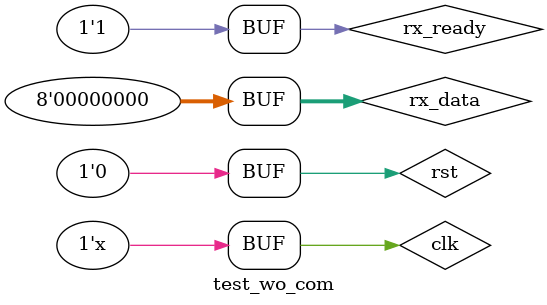
<source format=v>
`timescale 1ns / 1ns


module test_wo_com;

	// Inputs
	reg [7:0] rx_data;
	reg rx_ready;
	reg clk;
	reg rst;

	// Outputs
	wire [63:0] result_wire;
	wire [7:0] result;
	wire finished_wire;

	// Instantiate the Unit Under Test (UUT)
	top_for_testing uut (
		.result_wire(result_wire), 
		.result(result), 
		.finished_wire(finished_wire), 
		.rx_data(rx_data), 
		.rx_ready(rx_ready), 
		.clk(clk), 
		.rst(rst)
	);
always #5 clk = ~clk;
	initial begin
		// Initialize Inputs
		rx_data = 0;
		rx_ready = 0;
		clk = 0;
		rst = 1;
	
		// Wait 100 ns for global reset to finish
		#10;
		rst = 0;
	rx_ready = 1;
	rx_data = 0;
	#10
	rx_ready = 0;
	rx_data = 0;
	#10
	rx_ready = 1;
	rx_data = 0;
	#10
	rx_ready = 0;
	rx_data = 0;
	#10
	rx_ready = 1;
	rx_data = 0;
	#10
	rx_ready = 0;
	rx_data = 0;
	#10
	rx_ready = 1;
	rx_data = 0;
	#10
	rx_ready = 0;
	rx_data = 0;
	#10
	rx_ready = 1;
	rx_data = 0;
	#10
	rx_ready = 0;
	rx_data = 0;
	#10
	rx_ready = 1;
	rx_data = 0;
	#10
	rx_ready = 0;
	rx_data = 0;
	#10
	rx_ready = 1;
	rx_data = 0;
	#10
	rx_ready = 0;
	rx_data = 0;
	#10
	rx_ready = 1;
	rx_data = 0;
	#10
	rx_ready = 0;
	rx_data = 0;
	#10
	rx_ready = 1;
	rx_data = 0;
	#10
	rx_ready = 0;
	rx_data = 0;
	#10
	rx_ready = 1;
	rx_data = 0;
	#10
	rx_ready = 0;
	rx_data = 0;
	#10
	rx_ready = 1;
	rx_data = 0;
	#10
	rx_ready = 0;
	rx_data = 0;
	#10
	rx_ready = 1;
	rx_data = 0;
	#10
	rx_ready = 0;
	rx_data = 0;
	#10
	rx_ready = 1;
	rx_data = 0;
	#10
	rx_ready = 0;
	rx_data = 0;
	#10
	rx_ready = 1;
	rx_data = 0;
	#10
	rx_ready = 0;
	rx_data = 0;
	#10
	rx_ready = 1;
	rx_data = 0;
	#10
	rx_ready = 0;
	rx_data = 0;
	#10
	rx_ready = 1;
	rx_data = 0;
	#10
	rx_ready = 0;
	rx_data = 0;
	#10
	rx_ready = 1;
	rx_data = 0;
	#10
	rx_ready = 0;
	rx_data = 0;
	#10
	rx_ready = 1;
	rx_data = 0;
	#10
	rx_ready = 0;
	rx_data = 0;
	#10
	rx_ready = 1;
	rx_data = 0;
	#10
	rx_ready = 0;
	rx_data = 0;
	#10
	rx_ready = 1;
	rx_data = 0;
	#10
	rx_ready = 0;
	rx_data = 0;
	#10
	rx_ready = 1;
	rx_data = 0;
	#10
	rx_ready = 0;
	rx_data = 0;
	#10
	rx_ready = 1;
	rx_data = 0;
	#10
	rx_ready = 0;
	rx_data = 0;
	#10
	rx_ready = 1;
	rx_data = 0;
	#10
	rx_ready = 0;
	rx_data = 0;
	#10
	rx_ready = 1;
	rx_data = 0;
	#10
	rx_ready = 0;
	rx_data = 0;
	#10
	rx_ready = 1;
	rx_data = 0;
	#10
	rx_ready = 0;
	rx_data = 0;
	#10
	rx_ready = 1;
	rx_data = 0;
	#10
	rx_ready = 0;
	rx_data = 0;
	#10
	rx_ready = 1;
	rx_data = 0;
	#10
	rx_ready = 0;
	rx_data = 0;
	#10
	rx_ready = 1;
	rx_data = 0;
	#10
	rx_ready = 0;
	rx_data = 0;
	#10
	rx_ready = 1;
	rx_data = 0;
	#10
	rx_ready = 0;
	rx_data = 0;
	#10
	rx_ready = 1;
	rx_data = 0;
	#10
	rx_ready = 0;
	rx_data = 0;
	#10
	rx_ready = 1;
	rx_data = 0;
	#10
	rx_ready = 0;
	rx_data = 0;
	#10
	rx_ready = 1;
	rx_data = 0;
	#10
	rx_ready = 0;
	rx_data = 0;
	#10
	rx_ready = 1;
	rx_data = 0;
	#10
	rx_ready = 0;
	rx_data = 0;
	#10
	rx_ready = 1;
	rx_data = 0;
	#10
	rx_ready = 0;
	rx_data = 0;
	#10
	rx_ready = 1;
	rx_data = 0;
	#10
	rx_ready = 0;
	rx_data = 0;
	#10
	rx_ready = 1;
	rx_data = 0;
	#10
	rx_ready = 0;
	rx_data = 0;
	#10
	rx_ready = 1;
	rx_data = 0;
	#10
	rx_ready = 0;
	rx_data = 0;
	#10
	rx_ready = 1;
	rx_data = 0;
	#10
	rx_ready = 0;
	rx_data = 0;
	#10
	rx_ready = 1;
	rx_data = 0;
	#10
	rx_ready = 0;
	rx_data = 0;
	#10
	rx_ready = 1;
	rx_data = 0;
	#10
	rx_ready = 0;
	rx_data = 0;
	#10
	rx_ready = 1;
	rx_data = 0;
	#10
	rx_ready = 0;
	rx_data = 0;
	#10
	rx_ready = 1;
	rx_data = 0;
	#10
	rx_ready = 0;
	rx_data = 0;
	#10
	rx_ready = 1;
	rx_data = 0;
	#10
	rx_ready = 0;
	rx_data = 0;
	#10
	rx_ready = 1;
	rx_data = 0;
	#10
	rx_ready = 0;
	rx_data = 0;
	#10
	rx_ready = 1;
	rx_data = 0;
	#10
	rx_ready = 0;
	rx_data = 0;
	#10
	rx_ready = 1;
	rx_data = 0;
	#10
	rx_ready = 0;
	rx_data = 0;
	#10
	rx_ready = 1;
	rx_data = 0;
	#10
	rx_ready = 0;
	rx_data = 0;
	#10
	rx_ready = 1;
	rx_data = 0;
	#10
	rx_ready = 0;
	rx_data = 0;
	#10
	rx_ready = 1;
	rx_data = 0;
	#10
	rx_ready = 0;
	rx_data = 0;
	#10
	rx_ready = 1;
	rx_data = 0;
	#10
	rx_ready = 0;
	rx_data = 0;
	#10
	rx_ready = 1;
	rx_data = 0;
	#10
	rx_ready = 0;
	rx_data = 0;
	#10
	rx_ready = 1;
	rx_data = 0;
	#10
	rx_ready = 0;
	rx_data = 0;
	#10
	rx_ready = 1;
	rx_data = 10;
	#10
	rx_ready = 0;
	rx_data = 0;
	#10
	rx_ready = 1;
	rx_data = 0;
	#10
	rx_ready = 0;
	rx_data = 0;
	#10
	rx_ready = 1;
	rx_data = 0;
	#10
	rx_ready = 0;
	rx_data = 0;
	#10
	rx_ready = 1;
	rx_data = 0;
	#10
	rx_ready = 0;
	rx_data = 0;
	#10
	rx_ready = 1;
	rx_data = 0;
	#10
	rx_ready = 0;
	rx_data = 0;
	#10
	rx_ready = 1;
	rx_data = 0;
	#10
	rx_ready = 0;
	rx_data = 0;
	#10
	rx_ready = 1;
	rx_data = 0;
	#10
	rx_ready = 0;
	rx_data = 0;
	#10
	rx_ready = 1;
	rx_data = 0;
	#10
	rx_ready = 0;
	rx_data = 0;
	#10
	rx_ready = 1;
	rx_data = 0;
	#10
	rx_ready = 0;
	rx_data = 0;
	#10
	rx_ready = 1;
	rx_data = 0;
	#10
	rx_ready = 0;
	rx_data = 0;
	#10
	rx_ready = 1;
	rx_data = 0;
	#10
	rx_ready = 0;
	rx_data = 0;
	#10
	rx_ready = 1;
	rx_data = 0;
	#10
	rx_ready = 0;
	rx_data = 0;
	#10
	rx_ready = 1;
	rx_data = 0;
	#10
	rx_ready = 0;
	rx_data = 0;
	#10
	rx_ready = 1;
	rx_data = 0;
	#10
	rx_ready = 0;
	rx_data = 0;
	#10
	rx_ready = 1;
	rx_data = 0;
	#10
	rx_ready = 0;
	rx_data = 0;
	#10
	rx_ready = 1;
	rx_data = 0;
	#10
	rx_ready = 0;
	rx_data = 0;
	#10
	rx_ready = 1;
	rx_data = 0;
	#10
	rx_ready = 0;
	rx_data = 0;
	#10
	rx_ready = 1;
	rx_data = 0;
	#10
	rx_ready = 0;
	rx_data = 0;
	#10
	rx_ready = 1;
	rx_data = 0;
	#10
	rx_ready = 0;
	rx_data = 0;
	#10
	rx_ready = 1;
	rx_data = 0;
	#10
	rx_ready = 0;
	rx_data = 0;
	#10
	rx_ready = 1;
	rx_data = 0;
	#10
	rx_ready = 0;
	rx_data = 0;
	#10
	rx_ready = 1;
	rx_data = 0;
	#10
	rx_ready = 0;
	rx_data = 0;
	#10
	rx_ready = 1;
	rx_data = 0;
	#10
	rx_ready = 0;
	rx_data = 0;
	#10
	rx_ready = 1;
	rx_data = 0;
	#10
	rx_ready = 0;
	rx_data = 0;
	#10
	rx_ready = 1;
	rx_data = 0;
	#10
	rx_ready = 0;
	rx_data = 0;
	#10
	rx_ready = 1;
	rx_data = 0;
	#10
	rx_ready = 0;
	rx_data = 0;
	#10
	rx_ready = 1;
	rx_data = 0;
	#10
	rx_ready = 0;
	rx_data = 0;
	#10
	rx_ready = 1;
	rx_data = 0;
	#10
	rx_ready = 0;
	rx_data = 0;
	#10
	rx_ready = 1;
	rx_data = 0;
	#10
	rx_ready = 0;
	rx_data = 0;
	#10
	rx_ready = 1;
	rx_data = 0;
	#10
	rx_ready = 0;
	rx_data = 0;
	#10
	rx_ready = 1;
	rx_data = 0;
	#10
	rx_ready = 0;
	rx_data = 0;
	#10
	rx_ready = 1;
	rx_data = 0;
	#10
	rx_ready = 0;
	rx_data = 0;
	#10
	rx_ready = 1;
	rx_data = 0;
	#10
	rx_ready = 0;
	rx_data = 0;
	#10
	rx_ready = 1;
	rx_data = 0;
	#10
	rx_ready = 0;
	rx_data = 0;
	#10
	rx_ready = 1;
	rx_data = 0;
	#10
	rx_ready = 0;
	rx_data = 0;
	#10
	rx_ready = 1;
	rx_data = 0;
	#10
	rx_ready = 0;
	rx_data = 0;
	#10
	rx_ready = 1;
	rx_data = 0;
	#10
	rx_ready = 0;
	rx_data = 0;
	#10
	rx_ready = 1;
	rx_data = 0;
	#10
	rx_ready = 0;
	rx_data = 0;
	#10
	rx_ready = 1;
	rx_data = 0;
	#10
	rx_ready = 0;
	rx_data = 0;
	#10
	rx_ready = 1;
	rx_data = 0;
	#10
	rx_ready = 0;
	rx_data = 0;
	#10
	rx_ready = 1;
	rx_data = 0;
	#10
	rx_ready = 0;
	rx_data = 0;
	#10
	rx_ready = 1;
	rx_data = 0;
	#10
	rx_ready = 0;
	rx_data = 0;
	#10
	rx_ready = 1;
	rx_data = 0;
	#10
	rx_ready = 0;
	rx_data = 0;
	#10
	rx_ready = 1;
	rx_data = 0;
	#10
	rx_ready = 0;
	rx_data = 0;
	#10
	rx_ready = 1;
	rx_data = 0;
	#10
	rx_ready = 0;
	rx_data = 0;
	#10
	rx_ready = 1;
	rx_data = 0;
	#10
	rx_ready = 0;
	rx_data = 0;
	#10
	rx_ready = 1;
	rx_data = 0;
	#10
	rx_ready = 0;
	rx_data = 0;
	#10
	rx_ready = 1;
	rx_data = 0;
	#10
	rx_ready = 0;
	rx_data = 0;
	#10
	rx_ready = 1;
	rx_data = 0;
	#10
	rx_ready = 0;
	rx_data = 0;
	#10
	rx_ready = 1;
	rx_data = 0;
	#10
	rx_ready = 0;
	rx_data = 0;
	#10
	rx_ready = 1;
	rx_data = 0;
	#10
	rx_ready = 0;
	rx_data = 0;
	#10
	rx_ready = 1;
	rx_data = 0;
	#10
	rx_ready = 0;
	rx_data = 0;
	#10
	rx_ready = 1;
	rx_data = 0;
	#10
	rx_ready = 0;
	rx_data = 0;
	#10
	rx_ready = 1;
	rx_data = 0;
	#10
	rx_ready = 0;
	rx_data = 0;
	#10
	rx_ready = 1;
	rx_data = 0;
	#10
	rx_ready = 0;
	rx_data = 0;
	#10
	rx_ready = 1;
	rx_data = 0;
	#10
	rx_ready = 0;
	rx_data = 0;
	#10
	rx_ready = 1;
	rx_data = 0;
	#10
	rx_ready = 0;
	rx_data = 0;
	#10
	rx_ready = 1;
	rx_data = 0;
	#10
	rx_ready = 0;
	rx_data = 0;
	#10
	rx_ready = 1;
	rx_data = 0;
	#10
	rx_ready = 0;
	rx_data = 0;
	#10
	rx_ready = 1;
	rx_data = 0;
	#10
	rx_ready = 0;
	rx_data = 0;
	#10
	rx_ready = 1;
	rx_data = 0;
	#10
	rx_ready = 0;
	rx_data = 0;
	#10
	rx_ready = 1;
	rx_data = 0;
	#10
	rx_ready = 0;
	rx_data = 0;
	#10
	rx_ready = 1;
	rx_data = 0;
	#10
	rx_ready = 0;
	rx_data = 0;
	#10
	rx_ready = 1;
	rx_data = 0;
	#10
	rx_ready = 0;
	rx_data = 0;
	#10
	rx_ready = 1;
	rx_data = 0;
	#10
	rx_ready = 0;
	rx_data = 0;
	#10
	rx_ready = 1;
	rx_data = 0;
	#10
	rx_ready = 0;
	rx_data = 0;
	#10
	rx_ready = 1;
	rx_data = 0;
	#10
	rx_ready = 0;
	rx_data = 0;
	#10
	rx_ready = 1;
	rx_data = 0;
	#10
	rx_ready = 0;
	rx_data = 0;
	#10
	rx_ready = 1;
	rx_data = 0;
	#10
	rx_ready = 0;
	rx_data = 0;
	#10
	rx_ready = 1;
	rx_data = 0;
	#10
	rx_ready = 0;
	rx_data = 0;
	#10
	rx_ready = 1;
	rx_data = 0;
	#10
	rx_ready = 0;
	rx_data = 0;
	#10
	rx_ready = 1;
	rx_data = 0;
	#10
	rx_ready = 0;
	rx_data = 0;
	#10
	rx_ready = 1;
	rx_data = 0;
	#10
	rx_ready = 0;
	rx_data = 0;
	#10
	rx_ready = 1;
	rx_data = 0;
	#10
	rx_ready = 0;
	rx_data = 0;
	#10
	rx_ready = 1;
	rx_data = 0;
	#10
	rx_ready = 0;
	rx_data = 0;
	#10
	rx_ready = 1;
	rx_data = 0;
	#10
	rx_ready = 0;
	rx_data = 0;
	#10
	rx_ready = 1;
	rx_data = 0;
	#10
	rx_ready = 0;
	rx_data = 0;
	#10
	rx_ready = 1;
	rx_data = 0;
	#10
	rx_ready = 0;
	rx_data = 0;
	#10
	rx_ready = 1;
	rx_data = 0;
	#10
	rx_ready = 0;
	rx_data = 0;
	#10
	rx_ready = 1;
	rx_data = 0;
	#10
	rx_ready = 0;
	rx_data = 0;
	#10
	rx_ready = 1;
	rx_data = 0;
	#10
	rx_ready = 0;
	rx_data = 0;
	#10
	rx_ready = 1;
	rx_data = 0;
	#10
	rx_ready = 0;
	rx_data = 0;
	#10
	rx_ready = 1;
	rx_data = 0;
	#10
	rx_ready = 0;
	rx_data = 0;
	#10
	rx_ready = 1;
	rx_data = 0;
	#10
	rx_ready = 0;
	rx_data = 0;
	#10
	rx_ready = 1;
	rx_data = 0;
	#10
	rx_ready = 0;
	rx_data = 0;
	#10
	rx_ready = 1;
	rx_data = 0;
	#10
	rx_ready = 0;
	rx_data = 0;
	#10
	rx_ready = 1;
	rx_data = 0;
	#10
	rx_ready = 0;
	rx_data = 0;
	#10
	rx_ready = 1;
	rx_data = 0;
	#10
	rx_ready = 0;
	rx_data = 0;
	#10
	rx_ready = 1;
	rx_data = 0;
	#10
	rx_ready = 0;
	rx_data = 0;
	#10
	rx_ready = 1;
	rx_data = 0;
	#10
	rx_ready = 0;
	rx_data = 0;
	#10
	rx_ready = 1;
	rx_data = 0;
	#10
	rx_ready = 0;
	rx_data = 0;
	#10
	rx_ready = 1;
	rx_data = 0;
	#10
	rx_ready = 0;
	rx_data = 0;
	#10
	rx_ready = 1;
	rx_data = 0;
	#10
	rx_ready = 0;
	rx_data = 0;
	#10
	rx_ready = 1;
	rx_data = 0;
	#10
	rx_ready = 0;
	rx_data = 0;
	#10
	rx_ready = 1;
	rx_data = 0;
	#10
	rx_ready = 0;
	rx_data = 0;
	#10
	rx_ready = 1;
	rx_data = 0;
	#10
	rx_ready = 0;
	rx_data = 0;
	#10
	rx_ready = 1;
	rx_data = 0;
	#10
	rx_ready = 0;
	rx_data = 0;
	#10
	rx_ready = 1;
	rx_data = 0;
	#10
	rx_ready = 0;
	rx_data = 0;
	#10
	rx_ready = 1;
	rx_data = 0;
	#10
	rx_ready = 0;
	rx_data = 0;
	#10
	rx_ready = 1;
	rx_data = 0;
	#10
	rx_ready = 0;
	rx_data = 0;
	#10
	rx_ready = 1;
	rx_data = 0;
	#10
	rx_ready = 0;
	rx_data = 0;
	#10
	rx_ready = 1;
	rx_data = 0;
	#10
	rx_ready = 0;
	rx_data = 0;
	#10
	rx_ready = 1;
	rx_data = 0;
	#10
	rx_ready = 0;
	rx_data = 0;
	#10
	rx_ready = 1;
	rx_data = 0;
	#10
	rx_ready = 0;
	rx_data = 0;
	#10
	rx_ready = 1;
	rx_data = 0;
	#10
	rx_ready = 0;
	rx_data = 0;
	#10
	rx_ready = 1;
	rx_data = 0;
	#10
	rx_ready = 0;
	rx_data = 0;
	#10
	rx_ready = 1;
	rx_data = 0;
	#10
	rx_ready = 0;
	rx_data = 0;
	#10
	rx_ready = 1;
	rx_data = 0;
	#10
	rx_ready = 0;
	rx_data = 0;
	#10
	rx_ready = 1;
	rx_data = 0;
	#10
	rx_ready = 0;
	rx_data = 0;
	#10
	rx_ready = 1;
	rx_data = 0;
	#10
	rx_ready = 0;
	rx_data = 0;
	#10
	rx_ready = 1;
	rx_data = 0;
	#10
	rx_ready = 0;
	rx_data = 0;
	#10
	rx_ready = 1;
	rx_data = 0;
	#10
	rx_ready = 0;
	rx_data = 0;
	#10
	rx_ready = 1;
	rx_data = 0;
	#10
	rx_ready = 0;
	rx_data = 0;
	#10
	rx_ready = 1;
	rx_data = 0;
	#10
	rx_ready = 0;
	rx_data = 0;
	#10
	rx_ready = 1;
	rx_data = 0;
	#10
	rx_ready = 0;
	rx_data = 0;
	#10
	rx_ready = 1;
	rx_data = 0;
	#10
	rx_ready = 0;
	rx_data = 0;
	#10
	rx_ready = 1;
	rx_data = 0;
	#10
	rx_ready = 0;
	rx_data = 0;
	#10
	rx_ready = 1;
	rx_data = 0;
	#10
	rx_ready = 0;
	rx_data = 0;
	#10
	rx_ready = 1;
	rx_data = 0;
	#10
	rx_ready = 0;
	rx_data = 0;
	#10
	rx_ready = 1;
	rx_data = 0;
	#10
	rx_ready = 0;
	rx_data = 0;
	#10
	rx_ready = 1;
	rx_data = 0;
	#10
	rx_ready = 0;
	rx_data = 0;
	#10
	rx_ready = 1;
	rx_data = 0;
	#10
	rx_ready = 0;
	rx_data = 0;
	#10
	rx_ready = 1;
	rx_data = 0;
	#10
	rx_ready = 0;
	rx_data = 0;
	#10
	rx_ready = 1;
	rx_data = 0;
	#10
	rx_ready = 0;
	rx_data = 0;
	#10
	rx_ready = 1;
	rx_data = 0;
	#10
	rx_ready = 0;
	rx_data = 0;
	#10
	rx_ready = 1;
	rx_data = 0;
	#10
	rx_ready = 0;
	rx_data = 0;
	#10
	rx_ready = 1;
	rx_data = 0;
	#10
	rx_ready = 0;
	rx_data = 0;
	#10
	rx_ready = 1;
	rx_data = 0;
	#10
	rx_ready = 0;
	rx_data = 0;
	#10
	rx_ready = 1;
	rx_data = 0;
	#10
	rx_ready = 0;
	rx_data = 0;
	#10
	rx_ready = 1;
	rx_data = 0;
	#10
	rx_ready = 0;
	rx_data = 0;
	#10
	rx_ready = 1;
	rx_data = 0;
	#10
	rx_ready = 0;
	rx_data = 0;
	#10
	rx_ready = 1;
	rx_data = 0;
	#10
	rx_ready = 0;
	rx_data = 0;
	#10
	rx_ready = 1;
	rx_data = 0;
	#10
	rx_ready = 0;
	rx_data = 0;
	#10
	rx_ready = 1;
	rx_data = 0;
	#10
	rx_ready = 0;
	rx_data = 0;
	#10
	rx_ready = 1;
	rx_data = 0;
	#10
	rx_ready = 0;
	rx_data = 0;
	#10
	rx_ready = 1;
	rx_data = 0;
	#10
	rx_ready = 0;
	rx_data = 0;
	#10
	rx_ready = 1;
	rx_data = 0;
	#10
	rx_ready = 0;
	rx_data = 0;
	#10
	rx_ready = 1;
	rx_data = 0;
	#10
	rx_ready = 0;
	rx_data = 0;
	#10
	rx_ready = 1;
	rx_data = 0;
	#10
	rx_ready = 0;
	rx_data = 0;
	#10
	rx_ready = 1;
	rx_data = 0;
	#10
	rx_ready = 0;
	rx_data = 0;
	#10
	rx_ready = 1;
	rx_data = 0;
	#10
	rx_ready = 0;
	rx_data = 0;
	#10
	rx_ready = 1;
	rx_data = 0;
	#10
	rx_ready = 0;
	rx_data = 0;
	#10
	rx_ready = 1;
	rx_data = 0;
	#10
	rx_ready = 0;
	rx_data = 0;
	#10
	rx_ready = 1;
	rx_data = 0;
	#10
	rx_ready = 0;
	rx_data = 0;
	#10
	rx_ready = 1;
	rx_data = 0;
	#10
	rx_ready = 0;
	rx_data = 0;
	#10
	rx_ready = 1;
	rx_data = 0;
	#10
	rx_ready = 0;
	rx_data = 0;
	#10
	rx_ready = 1;
	rx_data = 0;
	#10
	rx_ready = 0;
	rx_data = 0;
	#10
	rx_ready = 1;
	rx_data = 0;
	#10
	rx_ready = 0;
	rx_data = 0;
	#10
	rx_ready = 1;
	rx_data = 0;
	#10
	rx_ready = 0;
	rx_data = 0;
	#10
	rx_ready = 1;
	rx_data = 0;
	#10
	rx_ready = 0;
	rx_data = 0;
	#10
	rx_ready = 1;
	rx_data = 0;
	#10
	rx_ready = 0;
	rx_data = 0;
	#10
	rx_ready = 1;
	rx_data = 0;
	#10
	rx_ready = 0;
	rx_data = 0;
	#10
	rx_ready = 1;
	rx_data = 0;
	#10
	rx_ready = 0;
	rx_data = 0;
	#10
	rx_ready = 1;
	rx_data = 0;
	#10
	rx_ready = 0;
	rx_data = 0;
	#10
	rx_ready = 1;
	rx_data = 0;
	#10
	rx_ready = 0;
	rx_data = 0;
	#10
	rx_ready = 1;
	rx_data = 0;
	#10
	rx_ready = 0;
	rx_data = 0;
	#10
	rx_ready = 1;
	rx_data = 0;
	#10
	rx_ready = 0;
	rx_data = 0;
	#10
	rx_ready = 1;
	rx_data = 0;
	#10
	rx_ready = 0;
	rx_data = 0;
	#10
	rx_ready = 1;
	rx_data = 0;
	#10
	rx_ready = 0;
	rx_data = 0;
	#10
	rx_ready = 1;
	rx_data = 0;
	#10
	rx_ready = 0;
	rx_data = 0;
	#10
	rx_ready = 1;
	rx_data = 0;
	#10
	rx_ready = 0;
	rx_data = 0;
	#10
	rx_ready = 1;
	rx_data = 0;
	#10
	rx_ready = 0;
	rx_data = 0;
	#10
	rx_ready = 1;
	rx_data = 0;
	#10
	rx_ready = 0;
	rx_data = 0;
	#10
	rx_ready = 1;
	rx_data = 0;
	#10
	rx_ready = 0;
	rx_data = 0;
	#10
	rx_ready = 1;
	rx_data = 0;
	#10
	rx_ready = 0;
	rx_data = 0;
	#10
	rx_ready = 1;
	rx_data = 0;
	#10
	rx_ready = 0;
	rx_data = 0;
	#10
	rx_ready = 1;
	rx_data = 0;
	#10
	rx_ready = 0;
	rx_data = 0;
	#10
	rx_ready = 1;
	rx_data = 0;
	#10
	rx_ready = 0;
	rx_data = 0;
	#10
	rx_ready = 1;
	rx_data = 0;
	#10
	rx_ready = 0;
	rx_data = 0;
	#10
	rx_ready = 1;
	rx_data = 0;
	#10
	rx_ready = 0;
	rx_data = 0;
	#10
	rx_ready = 1;
	rx_data = 0;
	#10
	rx_ready = 0;
	rx_data = 0;
	#10
	rx_ready = 1;
	rx_data = 0;
	#10
	rx_ready = 0;
	rx_data = 0;
	#10
	rx_ready = 1;
	rx_data = 0;
	#10
	rx_ready = 0;
	rx_data = 0;
	#10
	rx_ready = 1;
	rx_data = 0;
	#10
	rx_ready = 0;
	rx_data = 0;
	#10
	rx_ready = 1;
	rx_data = 0;
	#10
	rx_ready = 0;
	rx_data = 0;
	#10
	rx_ready = 1;
	rx_data = 0;
	#10
	rx_ready = 0;
	rx_data = 0;
	#10
	rx_ready = 1;
	rx_data = 0;
	#10
	rx_ready = 0;
	rx_data = 0;
	#10
	rx_ready = 1;
	rx_data = 0;
	#10
	rx_ready = 0;
	rx_data = 0;
	#10
	rx_ready = 1;
	rx_data = 0;
	#10
	rx_ready = 0;
	rx_data = 0;
	#10
	rx_ready = 1;
	rx_data = 0;
	#10
	rx_ready = 0;
	rx_data = 0;
	#10
	rx_ready = 1;
	rx_data = 0;
	#10
	rx_ready = 0;
	rx_data = 0;
	#10
	rx_ready = 1;
	rx_data = 0;
	#10
	rx_ready = 0;
	rx_data = 0;
	#10
	rx_ready = 1;
	rx_data = 0;
	#10
	rx_ready = 0;
	rx_data = 0;
	#10
	rx_ready = 1;
	rx_data = 0;
	#10
	rx_ready = 0;
	rx_data = 0;
	#10
	rx_ready = 1;
	rx_data = 0;
	#10
	rx_ready = 0;
	rx_data = 0;
	#10
	rx_ready = 1;
	rx_data = 0;
	#10
	rx_ready = 0;
	rx_data = 0;
	#10
	rx_ready = 1;
	rx_data = 0;
	#10
	rx_ready = 0;
	rx_data = 0;
	#10
	rx_ready = 1;
	rx_data = 0;
	#10
	rx_ready = 0;
	rx_data = 0;
	#10
	rx_ready = 1;
	rx_data = 0;
	#10
	rx_ready = 0;
	rx_data = 0;
	#10
	rx_ready = 1;
	rx_data = 0;
	#10
	rx_ready = 0;
	rx_data = 0;
	#10
	rx_ready = 1;
	rx_data = 0;
	#10
	rx_ready = 0;
	rx_data = 0;
	#10
	rx_ready = 1;
	rx_data = 0;
	#10
	rx_ready = 0;
	rx_data = 0;
	#10
	rx_ready = 1;
	rx_data = 0;
	#10
	rx_ready = 0;
	rx_data = 0;
	#10
	rx_ready = 1;
	rx_data = 0;
	#10
	rx_ready = 0;
	rx_data = 0;
	#10
	rx_ready = 1;
	rx_data = 0;
	#10
	rx_ready = 0;
	rx_data = 0;
	#10
	rx_ready = 1;
	rx_data = 0;
	#10
	rx_ready = 0;
	rx_data = 0;
	#10
	rx_ready = 1;
	rx_data = 0;
	#10
	rx_ready = 0;
	rx_data = 0;
	#10
	rx_ready = 1;
	rx_data = 0;
	#10
	rx_ready = 0;
	rx_data = 0;
	#10
	rx_ready = 1;
	rx_data = 0;
	#10
	rx_ready = 0;
	rx_data = 0;
	#10
	rx_ready = 1;
	rx_data = 0;
	#10
	rx_ready = 0;
	rx_data = 0;
	#10
	rx_ready = 1;
	rx_data = 0;
	#10
	rx_ready = 0;
	rx_data = 0;
	#10
	rx_ready = 1;
	rx_data = 0;
	#10
	rx_ready = 0;
	rx_data = 0;
	#10
	rx_ready = 1;
	rx_data = 0;
	#10
	rx_ready = 0;
	rx_data = 0;
	#10
	rx_ready = 1;
	rx_data = 0;
	#10
	rx_ready = 0;
	rx_data = 0;
	#10
	rx_ready = 1;
	rx_data = 0;
	#10
	rx_ready = 0;
	rx_data = 0;
	#10
	rx_ready = 1;
	rx_data = 0;
	#10
	rx_ready = 0;
	rx_data = 0;
	#10
	rx_ready = 1;
	rx_data = 0;
	#10
	rx_ready = 0;
	rx_data = 0;
	#10
	rx_ready = 1;
	rx_data = 0;
	#10
	rx_ready = 0;
	rx_data = 0;
	#10
	rx_ready = 1;
	rx_data = 0;
	#10
	rx_ready = 0;
	rx_data = 0;
	#10
	rx_ready = 1;
	rx_data = 0;
	#10
	rx_ready = 0;
	rx_data = 0;
	#10
	rx_ready = 1;
	rx_data = 0;
	#10
	rx_ready = 0;
	rx_data = 0;
	#10
	rx_ready = 1;
	rx_data = 0;
	#10
	rx_ready = 0;
	rx_data = 0;
	#10
	rx_ready = 1;
	rx_data = 0;
	#10
	rx_ready = 0;
	rx_data = 0;
	#10
	rx_ready = 1;
	rx_data = 0;
	#10
	rx_ready = 0;
	rx_data = 0;
	#10
	rx_ready = 1;
	rx_data = 0;
	#10
	rx_ready = 0;
	rx_data = 0;
	#10
	rx_ready = 1;
	rx_data = 0;
	#10
	rx_ready = 0;
	rx_data = 0;
	#10
	rx_ready = 1;
	rx_data = 0;
	#10
	rx_ready = 0;
	rx_data = 0;
	#10
	rx_ready = 1;
	rx_data = 0;
	#10
	rx_ready = 0;
	rx_data = 0;
	#10
	rx_ready = 1;
	rx_data = 0;
	#10
	rx_ready = 0;
	rx_data = 0;
	#10
	rx_ready = 1;
	rx_data = 0;
	#10
	rx_ready = 0;
	rx_data = 0;
	#10
	rx_ready = 1;
	rx_data = 0;
	#10
	rx_ready = 0;
	rx_data = 0;
	#10
	rx_ready = 1;
	rx_data = 0;
	#10
	rx_ready = 0;
	rx_data = 0;
	#10
	rx_ready = 1;
	rx_data = 0;
	#10
	rx_ready = 0;
	rx_data = 0;
	#10
	rx_ready = 1;
	rx_data = 0;
	#10
	rx_ready = 0;
	rx_data = 0;
	#10
	rx_ready = 1;
	rx_data = 0;
	#10
	rx_ready = 0;
	rx_data = 0;
	#10
	rx_ready = 1;
	rx_data = 0;
	#10
	rx_ready = 0;
	rx_data = 0;
	#10
	rx_ready = 1;
	rx_data = 0;
	#10
	rx_ready = 0;
	rx_data = 0;
	#10
	rx_ready = 1;
	rx_data = 0;
	#10
	rx_ready = 0;
	rx_data = 0;
	#10
	rx_ready = 1;
	rx_data = 0;
	#10
	rx_ready = 0;
	rx_data = 0;
	#10
	rx_ready = 1;
	rx_data = 0;
	#10
	rx_ready = 0;
	rx_data = 0;
	#10
	rx_ready = 1;
	rx_data = 0;
	#10
	rx_ready = 0;
	rx_data = 0;
	#10
	rx_ready = 1;
	rx_data = 0;
	#10
	rx_ready = 0;
	rx_data = 0;
	#10
	rx_ready = 1;
	rx_data = 0;
	#10
	rx_ready = 0;
	rx_data = 0;
	#10
	rx_ready = 1;
	rx_data = 0;
	#10
	rx_ready = 0;
	rx_data = 0;
	#10
	rx_ready = 1;
	rx_data = 0;
	#10
	rx_ready = 0;
	rx_data = 0;
	#10
	rx_ready = 1;
	rx_data = 0;
	#10
	rx_ready = 0;
	rx_data = 0;
	#10
	rx_ready = 1;
	rx_data = 0;
	#10
	rx_ready = 0;
	rx_data = 0;
	#10
	rx_ready = 1;
	rx_data = 0;
	#10
	rx_ready = 0;
	rx_data = 0;
	#10
	rx_ready = 1;
	rx_data = 0;
	#10
	rx_ready = 0;
	rx_data = 0;
	#10
	rx_ready = 1;
	rx_data = 0;
	#10
	rx_ready = 0;
	rx_data = 0;
	#10
	rx_ready = 1;
	rx_data = 0;
	#10
	rx_ready = 0;
	rx_data = 0;
	#10
	rx_ready = 1;
	rx_data = 0;
	#10
	rx_ready = 0;
	rx_data = 0;
	#10
	rx_ready = 1;
	rx_data = 0;
	#10
	rx_ready = 0;
	rx_data = 0;
	#10
	rx_ready = 1;
	rx_data = 0;
	#10
	rx_ready = 0;
	rx_data = 0;
	#10
	rx_ready = 1;
	rx_data = 0;
	#10
	rx_ready = 0;
	rx_data = 0;
	#10
	rx_ready = 1;
	rx_data = 0;
	#10
	rx_ready = 0;
	rx_data = 0;
	#10
	rx_ready = 1;
	rx_data = 0;
	#10
	rx_ready = 0;
	rx_data = 0;
	#10
	rx_ready = 1;
	rx_data = 0;
	#10
	rx_ready = 0;
	rx_data = 0;
	#10
	rx_ready = 1;
	rx_data = 0;
	#10
	rx_ready = 0;
	rx_data = 0;
	#10
	rx_ready = 1;
	rx_data = 0;
	#10
	rx_ready = 0;
	rx_data = 0;
	#10
	rx_ready = 1;
	rx_data = 0;
	#10
	rx_ready = 0;
	rx_data = 0;
	#10
	rx_ready = 1;
	rx_data = 0;
	#10
	rx_ready = 0;
	rx_data = 0;
	#10
	rx_ready = 1;
	rx_data = 0;
	#10
	rx_ready = 0;
	rx_data = 0;
	#10
	rx_ready = 1;
	rx_data = 0;
	#10
	rx_ready = 0;
	rx_data = 0;
	#10
	rx_ready = 1;
	rx_data = 0;
	#10
	rx_ready = 0;
	rx_data = 0;
	#10
	rx_ready = 1;
	rx_data = 0;
	#10
	rx_ready = 0;
	rx_data = 0;
	#10
	rx_ready = 1;
	rx_data = 0;
	#10
	rx_ready = 0;
	rx_data = 0;
	#10
	rx_ready = 1;
	rx_data = 0;
	#10
	rx_ready = 0;
	rx_data = 0;
	#10
	rx_ready = 1;
	rx_data = 0;
	#10
	rx_ready = 0;
	rx_data = 0;
	#10
	rx_ready = 1;
	rx_data = 0;
	#10
	rx_ready = 0;
	rx_data = 0;
	#10
	rx_ready = 1;
	rx_data = 0;
	#10
	rx_ready = 0;
	rx_data = 0;
	#10
	rx_ready = 1;
	rx_data = 0;
	#10
	rx_ready = 0;
	rx_data = 0;
	#10
	rx_ready = 1;
	rx_data = 0;
	#10
	rx_ready = 0;
	rx_data = 0;
	#10
	rx_ready = 1;
	rx_data = 0;
	#10
	rx_ready = 0;
	rx_data = 0;
	#10
	rx_ready = 1;
	rx_data = 0;
	#10
	rx_ready = 0;
	rx_data = 0;
	#10
	rx_ready = 1;
	rx_data = 0;
	#10
	rx_ready = 0;
	rx_data = 0;
	#10
	rx_ready = 1;
	rx_data = 0;
	#10
	rx_ready = 0;
	rx_data = 0;
	#10
	rx_ready = 1;
	rx_data = 0;
	#10
	rx_ready = 0;
	rx_data = 0;
	#10
	rx_ready = 1;
	rx_data = 0;
	#10
	rx_ready = 0;
	rx_data = 0;
	#10
	rx_ready = 1;
	rx_data = 0;
	#10
	rx_ready = 0;
	rx_data = 0;
	#10
	rx_ready = 1;
	rx_data = 0;
	#10
	rx_ready = 0;
	rx_data = 0;
	#10
	rx_ready = 1;
	rx_data = 0;
	#10
	rx_ready = 0;
	rx_data = 0;
	#10
	rx_ready = 1;
	rx_data = 0;
	#10
	rx_ready = 0;
	rx_data = 0;
	#10
	rx_ready = 1;
	rx_data = 0;
	#10
	rx_ready = 0;
	rx_data = 0;
	#10
	rx_ready = 1;
	rx_data = 0;
	#10
	rx_ready = 0;
	rx_data = 0;
	#10
	rx_ready = 1;
	rx_data = 0;
	#10
	rx_ready = 0;
	rx_data = 0;
	#10
	rx_ready = 1;
	rx_data = 0;
	#10
	rx_ready = 0;
	rx_data = 0;
	#10
	rx_ready = 1;
	rx_data = 0;
	#10
	rx_ready = 0;
	rx_data = 0;
	#10
	rx_ready = 1;
	rx_data = 0;
	#10
	rx_ready = 0;
	rx_data = 0;
	#10
	rx_ready = 1;
	rx_data = 0;
	#10
	rx_ready = 0;
	rx_data = 0;
	#10
	rx_ready = 1;
	rx_data = 0;
	#10
	rx_ready = 0;
	rx_data = 0;
	#10
	rx_ready = 1;
	rx_data = 0;
	#10
	rx_ready = 0;
	rx_data = 0;
	#10
	rx_ready = 1;
	rx_data = 0;
	#10
	rx_ready = 0;
	rx_data = 0;
	#10
	rx_ready = 1;
	rx_data = 0;
	#10
	rx_ready = 0;
	rx_data = 0;
	#10
	rx_ready = 1;
	rx_data = 0;
	#10
	rx_ready = 0;
	rx_data = 0;
	#10
	rx_ready = 1;
	rx_data = 0;
	#10
	rx_ready = 0;
	rx_data = 0;
	#10
	rx_ready = 1;
	rx_data = 0;
	#10
	rx_ready = 0;
	rx_data = 0;
	#10
	rx_ready = 1;
	rx_data = 0;
	#10
	rx_ready = 0;
	rx_data = 0;
	#10
	rx_ready = 1;
	rx_data = 0;
	#10
	rx_ready = 0;
	rx_data = 0;
	#10
	rx_ready = 1;
	rx_data = 0;
	#10
	rx_ready = 0;
	rx_data = 0;
	#10
	rx_ready = 1;
	rx_data = 0;
	#10
	rx_ready = 0;
	rx_data = 0;
	#10
	rx_ready = 1;
	rx_data = 0;
	#10
	rx_ready = 0;
	rx_data = 0;
	#10
	rx_ready = 1;
	rx_data = 0;
	#10
	rx_ready = 0;
	rx_data = 0;
	#10
	rx_ready = 1;
	rx_data = 0;
	#10
	rx_ready = 0;
	rx_data = 0;
	#10
	rx_ready = 1;
	rx_data = 0;
	#10
	rx_ready = 0;
	rx_data = 0;
	#10
	rx_ready = 1;
	rx_data = 0;
	#10
	rx_ready = 0;
	rx_data = 0;
	#10
	rx_ready = 1;
	rx_data = 0;
	#10
	rx_ready = 0;
	rx_data = 0;
	#10
	rx_ready = 1;
	rx_data = 0;
	#10
	rx_ready = 0;
	rx_data = 0;
	#10
	rx_ready = 1;
	rx_data = 0;
	#10
	rx_ready = 0;
	rx_data = 0;
	#10
	rx_ready = 1;
	rx_data = 0;
	#10
	rx_ready = 0;
	rx_data = 0;
	#10
	rx_ready = 1;
	rx_data = 0;
	#10
	rx_ready = 0;
	rx_data = 0;
	#10
	rx_ready = 1;
	rx_data = 0;
	#10
	rx_ready = 0;
	rx_data = 0;
	#10
	rx_ready = 1;
	rx_data = 0;
	#10
	rx_ready = 0;
	rx_data = 0;
	#10
	rx_ready = 1;
	rx_data = 0;
	#10
	rx_ready = 0;
	rx_data = 0;
	#10
	rx_ready = 1;
	rx_data = 0;
	#10
	rx_ready = 0;
	rx_data = 0;
	#10
	rx_ready = 1;
	rx_data = 0;
	#10
	rx_ready = 0;
	rx_data = 0;
	#10
	rx_ready = 1;
	rx_data = 0;
	#10
	rx_ready = 0;
	rx_data = 0;
	#10
	rx_ready = 1;
	rx_data = 0;
	#10
	rx_ready = 0;
	rx_data = 0;
	#10
	rx_ready = 1;
	rx_data = 0;
	#10
	rx_ready = 0;
	rx_data = 0;
	#10
	rx_ready = 1;
	rx_data = 0;
	#10
	rx_ready = 0;
	rx_data = 0;
	#10
	rx_ready = 1;
	rx_data = 0;
	#10
	rx_ready = 0;
	rx_data = 0;
	#10
	rx_ready = 1;
	rx_data = 0;
	#10
	rx_ready = 0;
	rx_data = 0;
	#10
	rx_ready = 1;
	rx_data = 0;
	#10
	rx_ready = 0;
	rx_data = 0;
	#10
	rx_ready = 1;
	rx_data = 0;
	#10
	rx_ready = 0;
	rx_data = 0;
	#10
	rx_ready = 1;
	rx_data = 0;
	#10
	rx_ready = 0;
	rx_data = 0;
	#10
	rx_ready = 1;
	rx_data = 0;
	#10
	rx_ready = 0;
	rx_data = 0;
	#10
	rx_ready = 1;
	rx_data = 0;
	#10
	rx_ready = 0;
	rx_data = 0;
	#10
	rx_ready = 1;
	rx_data = 0;
	#10
	rx_ready = 0;
	rx_data = 0;
	#10
	rx_ready = 1;
	rx_data = 0;
	#10
	rx_ready = 0;
	rx_data = 0;
	#10
	rx_ready = 1;
	rx_data = 0;
	#10
	rx_ready = 0;
	rx_data = 0;
	#10
	rx_ready = 1;
	rx_data = 0;
	#10
	rx_ready = 0;
	rx_data = 0;
	#10
	rx_ready = 1;
	rx_data = 0;
	#10
	rx_ready = 0;
	rx_data = 0;
	#10
	rx_ready = 1;
	rx_data = 0;
	#10
	rx_ready = 0;
	rx_data = 0;
	#10
	rx_ready = 1;
	rx_data = 0;
	#10
	rx_ready = 0;
	rx_data = 0;
	#10
	rx_ready = 1;
	rx_data = 0;
	#10
	rx_ready = 0;
	rx_data = 0;
	#10
	rx_ready = 1;
	rx_data = 0;
	#10
	rx_ready = 0;
	rx_data = 0;
	#10
	rx_ready = 1;
	rx_data = 0;
	#10
	rx_ready = 0;
	rx_data = 0;
	#10
	rx_ready = 1;
	rx_data = 0;
	#10
	rx_ready = 0;
	rx_data = 0;
	#10
	rx_ready = 1;
	rx_data = 0;
	#10
	rx_ready = 0;
	rx_data = 0;
	#10
	rx_ready = 1;
	rx_data = 0;
	#10
	rx_ready = 0;
	rx_data = 0;
	#10
	rx_ready = 1;
	rx_data = 0;
	#10
	rx_ready = 0;
	rx_data = 0;
	#10
	rx_ready = 1;
	rx_data = 0;
	#10
	rx_ready = 0;
	rx_data = 0;
	#10
	rx_ready = 1;
	rx_data = 0;
	#10
	rx_ready = 0;
	rx_data = 0;
	#10
	rx_ready = 1;
	rx_data = 0;
	#10
	rx_ready = 0;
	rx_data = 0;
	#10
	rx_ready = 1;
	rx_data = 0;
	#10
	rx_ready = 0;
	rx_data = 0;
	#10
	rx_ready = 1;
	rx_data = 0;
	#10
	rx_ready = 0;
	rx_data = 0;
	#10
	rx_ready = 1;
	rx_data = 0;
	#10
	rx_ready = 0;
	rx_data = 0;
	#10
	rx_ready = 1;
	rx_data = 0;
	#10
	rx_ready = 0;
	rx_data = 0;
	#10
	rx_ready = 1;
	rx_data = 0;
	#10
	rx_ready = 0;
	rx_data = 0;
	#10
	rx_ready = 1;
	rx_data = 0;
	#10
	rx_ready = 0;
	rx_data = 0;
	#10
	rx_ready = 1;
	rx_data = 0;
	#10
	rx_ready = 0;
	rx_data = 0;
	#10
	rx_ready = 1;
	rx_data = 0;
	#10
	rx_ready = 0;
	rx_data = 0;
	#10
	rx_ready = 1;
	rx_data = 0;
	#10
	rx_ready = 0;
	rx_data = 0;
	#10
	rx_ready = 1;
	rx_data = 0;
	#10
	rx_ready = 0;
	rx_data = 0;
	#10
	rx_ready = 1;
	rx_data = 0;
	#10
	rx_ready = 0;
	rx_data = 0;
	#10
	rx_ready = 1;
	rx_data = 0;
	#10
	rx_ready = 0;
	rx_data = 0;
	#10
	rx_ready = 1;
	rx_data = 0;
	#10
	rx_ready = 0;
	rx_data = 0;
	#10
	rx_ready = 1;
	rx_data = 0;
	#10
	rx_ready = 0;
	rx_data = 0;
	#10
	rx_ready = 1;
	rx_data = 0;
	#10
	rx_ready = 0;
	rx_data = 0;
	#10
	rx_ready = 1;
	rx_data = 0;
	#10
	rx_ready = 0;
	rx_data = 0;
	#10
	rx_ready = 1;
	rx_data = 0;
	#10
	rx_ready = 0;
	rx_data = 0;
	#10
	rx_ready = 1;
	rx_data = 0;
	#10
	rx_ready = 0;
	rx_data = 0;
	#10
	rx_ready = 1;
	rx_data = 0;
	#10
	rx_ready = 0;
	rx_data = 0;
	#10
	rx_ready = 1;
	rx_data = 0;
	#10
	rx_ready = 0;
	rx_data = 0;
	#10
	rx_ready = 1;
	rx_data = 0;
	#10
	rx_ready = 0;
	rx_data = 0;
	#10
	rx_ready = 1;
	rx_data = 0;
	#10
	rx_ready = 0;
	rx_data = 0;
	#10
	rx_ready = 1;
	rx_data = 0;
	#10
	rx_ready = 0;
	rx_data = 0;
	#10
	rx_ready = 1;
	rx_data = 0;
	#10
	rx_ready = 0;
	rx_data = 0;
	#10
	rx_ready = 1;
	rx_data = 0;
	#10
	rx_ready = 0;
	rx_data = 0;
	#10
	rx_ready = 1;
	rx_data = 0;
	#10
	rx_ready = 0;
	rx_data = 0;
	#10
	rx_ready = 1;
	rx_data = 0;
	#10
	rx_ready = 0;
	rx_data = 0;
	#10
	rx_ready = 1;
	rx_data = 0;
	#10
	rx_ready = 0;
	rx_data = 0;
	#10
	rx_ready = 1;
	rx_data = 0;
	#10
	rx_ready = 0;
	rx_data = 0;
	#10
	rx_ready = 1;
	rx_data = 0;
	#10
	rx_ready = 0;
	rx_data = 0;
	#10
	rx_ready = 1;
	rx_data = 0;
	#10
	rx_ready = 0;
	rx_data = 0;
	#10
	rx_ready = 1;
	rx_data = 0;
	#10
	rx_ready = 0;
	rx_data = 0;
	#10
	rx_ready = 1;
	rx_data = 0;
	#10
	rx_ready = 0;
	rx_data = 0;
	#10
	rx_ready = 1;
	rx_data = 0;
	#10
	rx_ready = 0;
	rx_data = 0;
	#10
	rx_ready = 1;
	rx_data = 0;
	#10
	rx_ready = 0;
	rx_data = 0;
	#10
	rx_ready = 1;
	rx_data = 0;
	#10
	rx_ready = 0;
	rx_data = 0;
	#10
	rx_ready = 1;
	rx_data = 0;
	#10
	rx_ready = 0;
	rx_data = 0;
	#10
	rx_ready = 1;
	rx_data = 0;
	#10
	rx_ready = 0;
	rx_data = 0;
	#10
	rx_ready = 1;
	rx_data = 0;
	#10
	rx_ready = 0;
	rx_data = 0;
	#10
	rx_ready = 1;
	rx_data = 0;
	#10
	rx_ready = 0;
	rx_data = 0;
	#10
	rx_ready = 1;
	rx_data = 0;
	#10
	rx_ready = 0;
	rx_data = 0;
	#10
	rx_ready = 1;
	rx_data = 0;
	#10
	rx_ready = 0;
	rx_data = 0;
	#10
	rx_ready = 1;
	rx_data = 0;
	#10
	rx_ready = 0;
	rx_data = 0;
	#10
	rx_ready = 1;
	rx_data = 0;
	#10
	rx_ready = 0;
	rx_data = 0;
	#10
	rx_ready = 1;
	rx_data = 0;
	#10
	rx_ready = 0;
	rx_data = 0;
	#10
	rx_ready = 1;
	rx_data = 0;
	#10
	rx_ready = 0;
	rx_data = 0;
	#10
	rx_ready = 1;
	rx_data = 0;
	#10
	rx_ready = 0;
	rx_data = 0;
	#10
	rx_ready = 1;
	rx_data = 0;
	#10
	rx_ready = 0;
	rx_data = 0;
	#10
	rx_ready = 1;
	rx_data = 0;
	#10
	rx_ready = 0;
	rx_data = 0;
	#10
	rx_ready = 1;
	rx_data = 0;
	#10
	rx_ready = 0;
	rx_data = 0;
	#10
	rx_ready = 1;
	rx_data = 0;
	#10
	rx_ready = 0;
	rx_data = 0;
	#10
	rx_ready = 1;
	rx_data = 0;
	#10
	rx_ready = 0;
	rx_data = 0;
	#10
	rx_ready = 1;
	rx_data = 0;
	#10
	rx_ready = 0;
	rx_data = 0;
	#10
	rx_ready = 1;
	rx_data = 0;
	#10
	rx_ready = 0;
	rx_data = 0;
	#10
	rx_ready = 1;
	rx_data = 0;
	#10
	rx_ready = 0;
	rx_data = 0;
	#10
	rx_ready = 1;
	rx_data = 0;
	#10
	rx_ready = 0;
	rx_data = 0;
	#10
	rx_ready = 1;
	rx_data = 0;
	#10
	rx_ready = 0;
	rx_data = 0;
	#10
	rx_ready = 1;
	rx_data = 0;
	#10
	rx_ready = 0;
	rx_data = 0;
	#10
	rx_ready = 1;
	rx_data = 0;
	#10
	rx_ready = 0;
	rx_data = 0;
	#10
	rx_ready = 1;
	rx_data = 0;
	#10
	rx_ready = 0;
	rx_data = 0;
	#10
	rx_ready = 1;
	rx_data = 0;
	#10
	rx_ready = 0;
	rx_data = 0;
	#10
	rx_ready = 1;
	rx_data = 0;
	#10
	rx_ready = 0;
	rx_data = 0;
	#10
	rx_ready = 1;
	rx_data = 0;
	#10
	rx_ready = 0;
	rx_data = 0;
	#10
	rx_ready = 1;
	rx_data = 0;
	#10
	rx_ready = 0;
	rx_data = 0;
	#10
	rx_ready = 1;
	rx_data = 0;
	#10
	rx_ready = 0;
	rx_data = 0;
	#10
	rx_ready = 1;
	rx_data = 0;
	#10
	rx_ready = 0;
	rx_data = 0;
	#10
	rx_ready = 1;
	rx_data = 0;
	#10
	rx_ready = 0;
	rx_data = 0;
	#10
	rx_ready = 1;
	rx_data = 0;
	#10
	rx_ready = 0;
	rx_data = 0;
	#10
	rx_ready = 1;
	rx_data = 0;
	#10
	rx_ready = 0;
	rx_data = 0;
	#10
	rx_ready = 1;
	rx_data = 0;
	#10
	rx_ready = 0;
	rx_data = 0;
	#10
	rx_ready = 1;
	rx_data = 0;
	#10
	rx_ready = 0;
	rx_data = 0;
	#10
	rx_ready = 1;
	rx_data = 0;
	#10
	rx_ready = 0;
	rx_data = 0;
	#10
	rx_ready = 1;
	rx_data = 0;
	#10
	rx_ready = 0;
	rx_data = 0;
	#10
	rx_ready = 1;
	rx_data = 0;
	#10
	rx_ready = 0;
	rx_data = 0;
	#10
	rx_ready = 1;
	rx_data = 0;
	#10
	rx_ready = 0;
	rx_data = 0;
	#10
	rx_ready = 1;
	rx_data = 0;
	#10
	rx_ready = 0;
	rx_data = 0;
	#10
	rx_ready = 1;
	rx_data = 0;
	#10
	rx_ready = 0;
	rx_data = 0;
	#10
	rx_ready = 1;
	rx_data = 0;
	#10
	rx_ready = 0;
	rx_data = 0;
	#10
	rx_ready = 1;
	rx_data = 0;
	#10
	rx_ready = 0;
	rx_data = 0;
	#10
	rx_ready = 1;
	rx_data = 0;
	#10
	rx_ready = 0;
	rx_data = 0;
	#10
	rx_ready = 1;
	rx_data = 0;
	#10
	rx_ready = 0;
	rx_data = 0;
	#10
	rx_ready = 1;
	rx_data = 0;
	#10
	rx_ready = 0;
	rx_data = 0;
	#10
	rx_ready = 1;
	rx_data = 0;
	#10
	rx_ready = 0;
	rx_data = 0;
	#10
	rx_ready = 1;
	rx_data = 0;
	#10
	rx_ready = 0;
	rx_data = 0;
	#10
	rx_ready = 1;
	rx_data = 0;
	#10
	rx_ready = 0;
	rx_data = 0;
	#10
	rx_ready = 1;
	rx_data = 0;
	#10
	rx_ready = 0;
	rx_data = 0;
	#10
	rx_ready = 1;
	rx_data = 0;
	#10
	rx_ready = 0;
	rx_data = 0;
	#10
	rx_ready = 1;
	rx_data = 0;
	#10
	rx_ready = 0;
	rx_data = 0;
	#10
	rx_ready = 1;
	rx_data = 0;
	#10
	rx_ready = 0;
	rx_data = 0;
	#10
	rx_ready = 1;
	rx_data = 0;
	#10
	rx_ready = 0;
	rx_data = 0;
	#10
	rx_ready = 1;
	rx_data = 0;
	#10
	rx_ready = 0;
	rx_data = 0;
	#10
	rx_ready = 1;
	rx_data = 0;
	#10
	rx_ready = 0;
	rx_data = 0;
	#10
	rx_ready = 1;
	rx_data = 0;
	#10
	rx_ready = 0;
	rx_data = 0;
	#10
	rx_ready = 1;
	rx_data = 0;
	#10
	rx_ready = 0;
	rx_data = 0;
	#10
	rx_ready = 1;
	rx_data = 0;
	#10
	rx_ready = 0;
	rx_data = 0;
	#10
	rx_ready = 1;
	rx_data = 0;
	#10
	rx_ready = 0;
	rx_data = 0;
	#10
	rx_ready = 1;
	rx_data = 0;
	#10
	rx_ready = 0;
	rx_data = 0;
	#10
	rx_ready = 1;
	rx_data = 0;
	#10
	rx_ready = 0;
	rx_data = 0;
	#10
	rx_ready = 1;
	rx_data = 0;
	#10
	rx_ready = 0;
	rx_data = 0;
	#10
	rx_ready = 1;
	rx_data = 0;
	#10
	rx_ready = 0;
	rx_data = 0;
	#10
	rx_ready = 1;
	rx_data = 0;
	#10
	rx_ready = 0;
	rx_data = 0;
	#10
	rx_ready = 1;
	rx_data = 0;
	#10
	rx_ready = 0;
	rx_data = 0;
	#10
	rx_ready = 1;
	rx_data = 0;
	#10
	rx_ready = 0;
	rx_data = 0;
	#10
	rx_ready = 1;
	rx_data = 0;
	#10
	rx_ready = 0;
	rx_data = 0;
	#10
	rx_ready = 1;
	rx_data = 0;
	#10
	rx_ready = 0;
	rx_data = 0;
	#10
	rx_ready = 1;
	rx_data = 0;
	#10
	rx_ready = 0;
	rx_data = 0;
	#10
	rx_ready = 1;
	rx_data = 0;
	#10
	rx_ready = 0;
	rx_data = 0;
	#10
	rx_ready = 1;
	rx_data = 0;
	#10
	rx_ready = 0;
	rx_data = 0;
	#10
	rx_ready = 1;
	rx_data = 0;
	#10
	rx_ready = 0;
	rx_data = 0;
	#10
	rx_ready = 1;
	rx_data = 0;
	#10
	rx_ready = 0;
	rx_data = 0;
	#10
	rx_ready = 1;
	rx_data = 0;
	#10
	rx_ready = 0;
	rx_data = 0;
	#10
	rx_ready = 1;
	rx_data = 0;
	#10
	rx_ready = 0;
	rx_data = 0;
	#10
	rx_ready = 1;
	rx_data = 0;
	#10
	rx_ready = 0;
	rx_data = 0;
	#10
	rx_ready = 1;
	rx_data = 0;
	#10
	rx_ready = 0;
	rx_data = 0;
	#10
	rx_ready = 1;
	rx_data = 0;
	#10
	rx_ready = 0;
	rx_data = 0;
	#10
	rx_ready = 1;
	rx_data = 0;
	#10
	rx_ready = 0;
	rx_data = 0;
	#10
	rx_ready = 1;
	rx_data = 0;
	#10
	rx_ready = 0;
	rx_data = 0;
	#10
	rx_ready = 1;
	rx_data = 0;
	#10
	rx_ready = 0;
	rx_data = 0;
	#10
	rx_ready = 1;
	rx_data = 0;
	#10
	rx_ready = 0;
	rx_data = 0;
	#10
	rx_ready = 1;
	rx_data = 0;
	#10
	rx_ready = 0;
	rx_data = 0;
	#10
	rx_ready = 1;
	rx_data = 0;
	#10
	rx_ready = 0;
	rx_data = 0;
	#10
	rx_ready = 1;
	rx_data = 0;
	#10
	rx_ready = 0;
	rx_data = 0;
	#10
	rx_ready = 1;
	rx_data = 0;
	#10
	rx_ready = 0;
	rx_data = 0;
	#10
	rx_ready = 1;
	rx_data = 0;
	#10
	rx_ready = 0;
	rx_data = 0;
	#10
	rx_ready = 1;
	rx_data = 0;
	#10
	rx_ready = 0;
	rx_data = 0;
	#10
	rx_ready = 1;
	rx_data = 0;
	#10
	rx_ready = 0;
	rx_data = 0;
	#10
	rx_ready = 1;
	rx_data = 0;
	#10
	rx_ready = 0;
	rx_data = 0;
	#10
	rx_ready = 1;
	rx_data = 0;
	#10
	rx_ready = 0;
	rx_data = 0;
	#10
	rx_ready = 1;
	rx_data = 0;
	#10
	rx_ready = 0;
	rx_data = 0;
	#10
	rx_ready = 1;
	rx_data = 0;
	#10
	rx_ready = 0;
	rx_data = 0;
	#10
	rx_ready = 1;
	rx_data = 0;
	#10
	rx_ready = 0;
	rx_data = 0;
	#10
	rx_ready = 1;
	rx_data = 0;
	#10
	rx_ready = 0;
	rx_data = 0;
	#10
	rx_ready = 1;
	rx_data = 0;
	#10
	rx_ready = 0;
	rx_data = 0;
	#10
	rx_ready = 1;
	rx_data = 0;
	#10
	rx_ready = 0;
	rx_data = 0;
	#10
	rx_ready = 1;
	rx_data = 0;
	#10
	rx_ready = 0;
	rx_data = 0;
	#10
	rx_ready = 1;
	rx_data = 0;
	#10
	rx_ready = 0;
	rx_data = 0;
	#10
	rx_ready = 1;
	rx_data = 0;
	#10
	rx_ready = 0;
	rx_data = 0;
	#10
	rx_ready = 1;
	rx_data = 0;
	#10
	rx_ready = 0;
	rx_data = 0;
	#10
	rx_ready = 1;
	rx_data = 0;
	#10
	rx_ready = 0;
	rx_data = 0;
	#10
	rx_ready = 1;
	rx_data = 0;
	#10
	rx_ready = 0;
	rx_data = 0;
	#10
	rx_ready = 1;
	rx_data = 0;
	#10
	rx_ready = 0;
	rx_data = 0;
	#10
	rx_ready = 1;
	rx_data = 0;
	#10
	rx_ready = 0;
	rx_data = 0;
	#10
	rx_ready = 1;
	rx_data = 0;
	#10
	rx_ready = 0;
	rx_data = 0;
	#10
	rx_ready = 1;
	rx_data = 0;
	#10
	rx_ready = 0;
	rx_data = 0;
	#10
	rx_ready = 1;
	rx_data = 0;
	#10
	rx_ready = 0;
	rx_data = 0;
	#10
	rx_ready = 1;
	rx_data = 0;
	#10
	rx_ready = 0;
	rx_data = 0;
	#10
	rx_ready = 1;
	rx_data = 0;
	#10
	rx_ready = 0;
	rx_data = 0;
	#10
	rx_ready = 1;
	rx_data = 0;
	#10
	rx_ready = 0;
	rx_data = 0;
	#10
	rx_ready = 1;
	rx_data = 0;
	#10
	rx_ready = 0;
	rx_data = 0;
	#10
	rx_ready = 1;
	rx_data = 0;
	#10
	rx_ready = 0;
	rx_data = 0;
	#10
	rx_ready = 1;
	rx_data = 0;
	#10
	rx_ready = 0;
	rx_data = 0;
	#10
	rx_ready = 1;
	rx_data = 0;
	#10
	rx_ready = 0;
	rx_data = 0;
	#10
	rx_ready = 1;
	rx_data = 0;
	#10
	rx_ready = 0;
	rx_data = 0;
	#10
	rx_ready = 1;
	rx_data = 0;
	#10
	rx_ready = 0;
	rx_data = 0;
	#10
	rx_ready = 1;
	rx_data = 0;
	#10
	rx_ready = 0;
	rx_data = 0;
	#10
	rx_ready = 1;
	rx_data = 0;
	#10
	rx_ready = 0;
	rx_data = 0;
	#10
	rx_ready = 1;
	rx_data = 0;
	#10
	rx_ready = 0;
	rx_data = 0;
	#10
	rx_ready = 1;
	rx_data = 0;
	#10
	rx_ready = 0;
	rx_data = 0;
	#10
	rx_ready = 1;
	rx_data = 0;
	#10
	rx_ready = 0;
	rx_data = 0;
	#10
	rx_ready = 1;
	rx_data = 0;
	#10
	rx_ready = 0;
	rx_data = 0;
	#10
	rx_ready = 1;
	rx_data = 0;
	#10
	rx_ready = 0;
	rx_data = 0;
	#10
	rx_ready = 1;
	rx_data = 0;
	#10
	rx_ready = 0;
	rx_data = 0;
	#10
	rx_ready = 1;
	rx_data = 0;
	#10
	rx_ready = 0;
	rx_data = 0;
	#10
	rx_ready = 1;
	rx_data = 0;
	#10
	rx_ready = 0;
	rx_data = 0;
	#10
	rx_ready = 1;
	rx_data = 0;
	#10
	rx_ready = 0;
	rx_data = 0;
	#10
	rx_ready = 1;
	rx_data = 0;
	#10
	rx_ready = 0;
	rx_data = 0;
	#10
	rx_ready = 1;
	rx_data = 0;
	#10
	rx_ready = 0;
	rx_data = 0;
	#10
	rx_ready = 1;
	rx_data = 0;
	#10
	rx_ready = 0;
	rx_data = 0;
	#10
	rx_ready = 1;
	rx_data = 0;
	#10
	rx_ready = 0;
	rx_data = 0;
	#10
	rx_ready = 1;
	rx_data = 0;
	#10
	rx_ready = 0;
	rx_data = 0;
	#10
	rx_ready = 1;
	rx_data = 0;
	#10
	rx_ready = 0;
	rx_data = 0;
	#10
	rx_ready = 1;
	rx_data = 0;
	#10
	rx_ready = 0;
	rx_data = 0;
	#10
	rx_ready = 1;
	rx_data = 0;
	#10
	rx_ready = 0;
	rx_data = 0;
	#10
	rx_ready = 1;
	rx_data = 0;
	#10
	rx_ready = 0;
	rx_data = 0;
	#10
	rx_ready = 1;
	rx_data = 0;
	#10
	rx_ready = 0;
	rx_data = 0;
	#10
	rx_ready = 1;
	rx_data = 0;
	#10
	rx_ready = 0;
	rx_data = 0;
	#10
	rx_ready = 1;
	rx_data = 0;
	#10
	rx_ready = 0;
	rx_data = 0;
	#10
	rx_ready = 1;
	rx_data = 0;
	#10
	rx_ready = 0;
	rx_data = 0;
	#10
	rx_ready = 1;
	rx_data = 0;
	#10
	rx_ready = 0;
	rx_data = 0;
	#10
	rx_ready = 1;
	rx_data = 0;
	#10
	rx_ready = 0;
	rx_data = 0;
	#10
	rx_ready = 1;
	rx_data = 0;
	#10
	rx_ready = 0;
	rx_data = 0;
	#10
	rx_ready = 1;
	rx_data = 0;
	#10
	rx_ready = 0;
	rx_data = 0;
	#10
	rx_ready = 1;
	rx_data = 0;
	#10
	rx_ready = 0;
	rx_data = 0;
	#10
	rx_ready = 1;
	rx_data = 0;
	#10
	rx_ready = 0;
	rx_data = 0;
	#10
	rx_ready = 1;
	rx_data = 0;
	#10
	rx_ready = 0;
	rx_data = 0;
	#10
	rx_ready = 1;
	rx_data = 0;
	#10
	rx_ready = 0;
	rx_data = 0;
	#10
	rx_ready = 1;
	rx_data = 0;
	#10
	rx_ready = 0;
	rx_data = 0;
	#10
	rx_ready = 1;
	rx_data = 0;
	#10
	rx_ready = 0;
	rx_data = 0;
	#10
	rx_ready = 1;
	rx_data = 0;
	#10
	rx_ready = 0;
	rx_data = 0;
	#10
	rx_ready = 1;
	rx_data = 0;
	#10
	rx_ready = 0;
	rx_data = 0;
	#10
	rx_ready = 1;
	rx_data = 0;
	#10
	rx_ready = 0;
	rx_data = 0;
	#10
	rx_ready = 1;
	rx_data = 0;
	#10
	rx_ready = 0;
	rx_data = 0;
	#10
	rx_ready = 1;
	rx_data = 0;
	#10
	rx_ready = 0;
	rx_data = 0;
	#10
	rx_ready = 1;
	rx_data = 0;
	#10
	rx_ready = 0;
	rx_data = 0;
	#10
	rx_ready = 1;
	rx_data = 0;
	#10
	rx_ready = 0;
	rx_data = 0;
	#10
	rx_ready = 1;
	rx_data = 0;
	#10
	rx_ready = 0;
	rx_data = 0;
	#10
	rx_ready = 1;
	rx_data = 0;
	#10
	rx_ready = 0;
	rx_data = 0;
	#10
	rx_ready = 1;
	rx_data = 0;
	#10
	rx_ready = 0;
	rx_data = 0;
	#10
	rx_ready = 1;
	rx_data = 0;
	#10
	rx_ready = 0;
	rx_data = 0;
	#10
	rx_ready = 1;
	rx_data = 0;
	#10
	rx_ready = 0;
	rx_data = 0;
	#10
	rx_ready = 1;
	rx_data = 0;
	#10
	rx_ready = 0;
	rx_data = 0;
	#10
	rx_ready = 1;
	rx_data = 0;
	#10
	rx_ready = 0;
	rx_data = 0;
	#10
	rx_ready = 1;
	rx_data = 0;
	#10
	rx_ready = 0;
	rx_data = 0;
	#10
	rx_ready = 1;
	rx_data = 0;
	#10
	rx_ready = 0;
	rx_data = 0;
	#10
	rx_ready = 1;
	rx_data = 0;
	#10
	rx_ready = 0;
	rx_data = 0;
	#10
	rx_ready = 1;
	rx_data = 0;
	#10
	rx_ready = 0;
	rx_data = 0;
	#10
	rx_ready = 1;
	rx_data = 0;
	#10
	rx_ready = 0;
	rx_data = 0;
	#10
	rx_ready = 1;
	rx_data = 0;
	#10
	rx_ready = 0;
	rx_data = 0;
	#10
	rx_ready = 1;
	rx_data = 0;
	#10
	rx_ready = 0;
	rx_data = 0;
	#10
	rx_ready = 1;
	rx_data = 0;
	#10
	rx_ready = 0;
	rx_data = 0;
	#10
	rx_ready = 1;
	rx_data = 0;
	#10
	rx_ready = 0;
	rx_data = 0;
	#10
	rx_ready = 1;
	rx_data = 0;
	#10
	rx_ready = 0;
	rx_data = 0;
	#10
	rx_ready = 1;
	rx_data = 0;
	#10
	rx_ready = 0;
	rx_data = 0;
	#10
	rx_ready = 1;
	rx_data = 0;
	#10
	rx_ready = 0;
	rx_data = 0;
	#10
	rx_ready = 1;
	rx_data = 0;
	#10
	rx_ready = 0;
	rx_data = 0;
	#10
	rx_ready = 1;
	rx_data = 0;
	#10
	rx_ready = 0;
	rx_data = 0;
	#10
	rx_ready = 1;
	rx_data = 0;
	#10
	rx_ready = 0;
	rx_data = 0;
	#10
	rx_ready = 1;
	rx_data = 0;
	#10
	rx_ready = 0;
	rx_data = 0;
	#10
	rx_ready = 1;
	rx_data = 0;
	#10
	rx_ready = 0;
	rx_data = 0;
	#10
	rx_ready = 1;
	rx_data = 0;
	#10
	rx_ready = 0;
	rx_data = 0;
	#10
	rx_ready = 1;
	rx_data = 0;
	#10
	rx_ready = 0;
	rx_data = 0;
	#10
	rx_ready = 1;
	rx_data = 0;
	#10
	rx_ready = 0;
	rx_data = 0;
	#10
	rx_ready = 1;
	rx_data = 0;
	#10
	rx_ready = 0;
	rx_data = 0;
	#10
	rx_ready = 1;
	rx_data = 0;
	#10
	rx_ready = 0;
	rx_data = 0;
	#10
	rx_ready = 1;
	rx_data = 0;
	#10
	rx_ready = 0;
	rx_data = 0;
	#10
	rx_ready = 1;
	rx_data = 0;
	#10
	rx_ready = 0;
	rx_data = 0;
	#10
	rx_ready = 1;
	rx_data = 0;
	#10
	rx_ready = 0;
	rx_data = 0;
	#10
	rx_ready = 1;
	rx_data = 0;
	#10
	rx_ready = 0;
	rx_data = 0;
	#10
	rx_ready = 1;
	rx_data = 0;
	#10
	rx_ready = 0;
	rx_data = 0;
	#10
	rx_ready = 1;
	rx_data = 0;
	#10
	rx_ready = 0;
	rx_data = 0;
	#10
	rx_ready = 1;
	rx_data = 0;
	#10
	rx_ready = 0;
	rx_data = 0;
	#10
	rx_ready = 1;
	rx_data = 0;
	#10
	rx_ready = 0;
	rx_data = 0;
	#10
	rx_ready = 1;
	rx_data = 0;
	#10
	rx_ready = 0;
	rx_data = 0;
	#10
	rx_ready = 1;
	rx_data = 0;
	#10
	rx_ready = 0;
	rx_data = 0;
	#10
	rx_ready = 1;
	rx_data = 0;
	#10
	rx_ready = 0;
	rx_data = 0;
	#10
	rx_ready = 1;
	rx_data = 0;
	#10
	rx_ready = 0;
	rx_data = 0;
	#10
	rx_ready = 1;
	rx_data = 0;
	#10
	rx_ready = 0;
	rx_data = 0;
	#10
	rx_ready = 1;
	rx_data = 0;
	#10
	rx_ready = 0;
	rx_data = 0;
	#10
	rx_ready = 1;
	rx_data = 0;
	#10
	rx_ready = 0;
	rx_data = 0;
	#10
	rx_ready = 1;
	rx_data = 0;
	#10
	rx_ready = 0;
	rx_data = 0;
	#10
	rx_ready = 1;
	rx_data = 0;
	#10
	rx_ready = 0;
	rx_data = 0;
	#10
	rx_ready = 1;
	rx_data = 0;
	#10
	rx_ready = 0;
	rx_data = 0;
	#10
	rx_ready = 1;
	rx_data = 0;
	#10
	rx_ready = 0;
	rx_data = 0;
	#10
	rx_ready = 1;
	rx_data = 0;
	#10
	rx_ready = 0;
	rx_data = 0;
	#10
	rx_ready = 1;
	rx_data = 0;
	#10
	rx_ready = 0;
	rx_data = 0;
	#10
	rx_ready = 1;
	rx_data = 0;
	#10
	rx_ready = 0;
	rx_data = 0;
	#10
	rx_ready = 1;
	rx_data = 0;
	#10
	rx_ready = 0;
	rx_data = 0;
	#10
	rx_ready = 1;
	rx_data = 0;
	#10
	rx_ready = 0;
	rx_data = 0;
	#10
	rx_ready = 1;
	rx_data = 0;
	#10
	rx_ready = 0;
	rx_data = 0;
	#10
	rx_ready = 1;
	rx_data = 0;
	#10
	rx_ready = 0;
	rx_data = 0;
	#10
	rx_ready = 1;
	rx_data = 0;
	#10
	rx_ready = 0;
	rx_data = 0;
	#10
	rx_ready = 1;
	rx_data = 0;
	#10
	rx_ready = 0;
	rx_data = 0;
	#10
	rx_ready = 1;
	rx_data = 0;
	#10
	rx_ready = 0;
	rx_data = 0;
	#10
	rx_ready = 1;
	rx_data = 0;
	#10
	rx_ready = 0;
	rx_data = 0;
	#10
	rx_ready = 1;
	rx_data = 0;
	#10
	rx_ready = 0;
	rx_data = 0;
	#10
	rx_ready = 1;
	rx_data = 0;
	#10
	rx_ready = 0;
	rx_data = 0;
	#10
	rx_ready = 1;
	rx_data = 0;
	#10
	rx_ready = 0;
	rx_data = 0;
	#10
	rx_ready = 1;
	rx_data = 0;
	#10
	rx_ready = 0;
	rx_data = 0;
	#10
	rx_ready = 1;
	rx_data = 0;
	#10
	rx_ready = 0;
	rx_data = 0;
	#10
	rx_ready = 1;
	rx_data = 0;
	#10
	rx_ready = 0;
	rx_data = 0;
	#10
	rx_ready = 1;
	rx_data = 0;
	#10
	rx_ready = 0;
	rx_data = 0;
	#10
	rx_ready = 1;
	rx_data = 0;
	#10
	rx_ready = 0;
	rx_data = 0;
	#10
	rx_ready = 1;
	rx_data = 0;
	#10
	rx_ready = 0;
	rx_data = 0;
	#10
	rx_ready = 1;
	rx_data = 0;
	#10
	rx_ready = 0;
	rx_data = 0;
	#10
	rx_ready = 1;
	rx_data = 0;
	#10
	rx_ready = 0;
	rx_data = 0;
	#10
	rx_ready = 1;
	rx_data = 0;
	#10
	rx_ready = 0;
	rx_data = 0;
	#10
	rx_ready = 1;
	rx_data = 0;
	#10
	rx_ready = 0;
	rx_data = 0;
	#10
	rx_ready = 1;
	rx_data = 0;
	#10
	rx_ready = 0;
	rx_data = 0;
	#10
	rx_ready = 1;
	rx_data = 0;
	#10
	rx_ready = 0;
	rx_data = 0;
	#10
	rx_ready = 1;
	rx_data = 0;
	#10
	rx_ready = 0;
	rx_data = 0;
	#10
	rx_ready = 1;
	rx_data = 0;
	#10
	rx_ready = 0;
	rx_data = 0;
	#10
	rx_ready = 1;
	rx_data = 0;
	#10
	rx_ready = 0;
	rx_data = 0;
	#10
	rx_ready = 1;
	rx_data = 0;
	#10
	rx_ready = 0;
	rx_data = 0;
	#10
	rx_ready = 1;
	rx_data = 0;
	#10
	rx_ready = 0;
	rx_data = 0;
	#10
	rx_ready = 1;
	rx_data = 0;
	#10
	rx_ready = 0;
	rx_data = 0;
	#10
	rx_ready = 1;
	rx_data = 0;
	#10
	rx_ready = 0;
	rx_data = 0;
	#10
	rx_ready = 1;
	rx_data = 0;
	#10
	rx_ready = 0;
	rx_data = 0;
	#10
	rx_ready = 1;
	rx_data = 0;
	#10
	rx_ready = 0;
	rx_data = 0;
	#10
	rx_ready = 1;
	rx_data = 0;
	#10
	rx_ready = 0;
	rx_data = 0;
	#10
	rx_ready = 1;
	rx_data = 0;
	#10
	rx_ready = 0;
	rx_data = 0;
	#10
	rx_ready = 1;
	rx_data = 0;
	#10
	rx_ready = 0;
	rx_data = 0;
	#10
	rx_ready = 1;
	rx_data = 0;
	#10
	rx_ready = 0;
	rx_data = 0;
	#10
	rx_ready = 1;
	rx_data = 0;
	#10
	rx_ready = 0;
	rx_data = 0;
	#10
	rx_ready = 1;
	rx_data = 0;
	#10
	rx_ready = 0;
	rx_data = 0;
	#10
	rx_ready = 1;
	rx_data = 0;
	#10
	rx_ready = 0;
	rx_data = 0;
	#10
	rx_ready = 1;
	rx_data = 0;
	#10
	rx_ready = 0;
	rx_data = 0;
	#10
	rx_ready = 1;
	rx_data = 0;
	#10
	rx_ready = 0;
	rx_data = 0;
	#10
	rx_ready = 1;
	rx_data = 0;
	#10
	rx_ready = 0;
	rx_data = 0;
	#10
	rx_ready = 1;
	rx_data = 0;
	#10
	rx_ready = 0;
	rx_data = 0;
	#10
	rx_ready = 1;
	rx_data = 0;
	#10
	rx_ready = 0;
	rx_data = 0;
	#10
	rx_ready = 1;
	rx_data = 0;
	#10
	rx_ready = 0;
	rx_data = 0;
	#10
	rx_ready = 1;
	rx_data = 0;
	#10
	rx_ready = 0;
	rx_data = 0;
	#10
	rx_ready = 1;
	rx_data = 0;
	#10
	rx_ready = 0;
	rx_data = 0;
	#10
	rx_ready = 1;
	rx_data = 0;
	#10
	rx_ready = 0;
	rx_data = 0;
	#10
	rx_ready = 1;
	rx_data = 0;
	#10
	rx_ready = 0;
	rx_data = 0;
	#10
	rx_ready = 1;
	rx_data = 0;
	#10
	rx_ready = 0;
	rx_data = 0;
	#10
	rx_ready = 1;
	rx_data = 0;
	#10
	rx_ready = 0;
	rx_data = 0;
	#10
	rx_ready = 1;
	rx_data = 0;
	#10
	rx_ready = 0;
	rx_data = 0;
	#10
	rx_ready = 1;
	rx_data = 0;
	#10
	rx_ready = 0;
	rx_data = 0;
	#10
	rx_ready = 1;
	rx_data = 0;
	#10
	rx_ready = 0;
	rx_data = 0;
	#10
	rx_ready = 1;
	rx_data = 0;
	#10
	rx_ready = 0;
	rx_data = 0;
	#10
	rx_ready = 1;
	rx_data = 0;
	#10
	rx_ready = 0;
	rx_data = 0;
	#10
	rx_ready = 1;
	rx_data = 0;
	#10
	rx_ready = 0;
	rx_data = 0;
	#10
	rx_ready = 1;
	rx_data = 0;
	#10
	rx_ready = 0;
	rx_data = 0;
	#10
	rx_ready = 1;
	rx_data = 0;
	#10
	rx_ready = 0;
	rx_data = 0;
	#10
	rx_ready = 1;
	rx_data = 0;
	#10
	rx_ready = 0;
	rx_data = 0;
	#10
	rx_ready = 1;
	rx_data = 0;
	#10
	rx_ready = 0;
	rx_data = 0;
	#10
	rx_ready = 1;
	rx_data = 0;
	#10
	rx_ready = 0;
	rx_data = 0;
	#10
	rx_ready = 1;
	rx_data = 0;
	#10
	rx_ready = 0;
	rx_data = 0;
	#10
	rx_ready = 1;
	rx_data = 0;
	#10
	rx_ready = 0;
	rx_data = 0;
	#10
	rx_ready = 1;
	rx_data = 0;
	#10
	rx_ready = 0;
	rx_data = 0;
	#10
	rx_ready = 1;
	rx_data = 0;
	#10
	rx_ready = 0;
	rx_data = 0;
	#10
	rx_ready = 1;
	rx_data = 0;
	#10
	rx_ready = 0;
	rx_data = 0;
	#10
	rx_ready = 1;
	rx_data = 0;
	#10
	rx_ready = 0;
	rx_data = 0;
	#10
	rx_ready = 1;
	rx_data = 0;
	#10
	rx_ready = 0;
	rx_data = 0;
	#10
	rx_ready = 1;
	rx_data = 0;
	#10
	rx_ready = 0;
	rx_data = 0;
	#10
	rx_ready = 1;
	rx_data = 0;
	#10
	rx_ready = 0;
	rx_data = 0;
	#10
	rx_ready = 1;
	rx_data = 0;
	#10
	rx_ready = 0;
	rx_data = 0;
	#10
	rx_ready = 1;
	rx_data = 0;
	#10
	rx_ready = 0;
	rx_data = 0;
	#10
	rx_ready = 1;
	rx_data = 0;
	#10
	rx_ready = 0;
	rx_data = 0;
	#10
	rx_ready = 1;
	rx_data = 0;
	#10
	rx_ready = 0;
	rx_data = 0;
	#10
	rx_ready = 1;
	rx_data = 0;
	#10
	rx_ready = 0;
	rx_data = 0;
	#10
	rx_ready = 1;
	rx_data = 0;
	#10
	rx_ready = 0;
	rx_data = 0;
	#10
	rx_ready = 1;
	rx_data = 0;
	#10
	rx_ready = 0;
	rx_data = 0;
	#10
	rx_ready = 1;
	rx_data = 0;
	#10
	rx_ready = 0;
	rx_data = 0;
	#10
	rx_ready = 1;
	rx_data = 0;
	#10
	rx_ready = 0;
	rx_data = 0;
	#10
	rx_ready = 1;
	rx_data = 0;
	#10
	rx_ready = 0;
	rx_data = 0;
	#10
	rx_ready = 1;
	rx_data = 0;
	#10
	rx_ready = 0;
	rx_data = 0;
	#10
	rx_ready = 1;
	rx_data = 0;
	#10
	rx_ready = 0;
	rx_data = 0;
	#10
	rx_ready = 1;
	rx_data = 0;
	#10
	rx_ready = 0;
	rx_data = 0;
	#10
	rx_ready = 1;
	rx_data = 0;
	#10
	rx_ready = 0;
	rx_data = 0;
	#10
	rx_ready = 1;
	rx_data = 0;
	#10
	rx_ready = 0;
	rx_data = 0;
	#10
	rx_ready = 1;
	rx_data = 0;
	#10
	rx_ready = 0;
	rx_data = 0;
	#10
	rx_ready = 1;
	rx_data = 0;
	#10
	rx_ready = 0;
	rx_data = 0;
	#10
	rx_ready = 1;
	rx_data = 0;
	#10
	rx_ready = 0;
	rx_data = 0;
	#10
	rx_ready = 1;
	rx_data = 0;
	#10
	rx_ready = 0;
	rx_data = 0;
	#10
	rx_ready = 1;
	rx_data = 0;
	#10
	rx_ready = 0;
	rx_data = 0;
	#10
	rx_ready = 1;
	rx_data = 0;
	#10
	rx_ready = 0;
	rx_data = 0;
	#10
	rx_ready = 1;
	rx_data = 0;
	#10
	rx_ready = 0;
	rx_data = 0;
	#10
	rx_ready = 1;
	rx_data = 0;
	#10
	rx_ready = 0;
	rx_data = 0;
	#10
	rx_ready = 1;
	rx_data = 0;
	#10
	rx_ready = 0;
	rx_data = 0;
	#10
	rx_ready = 1;
	rx_data = 0;
	#10
	rx_ready = 0;
	rx_data = 0;
	#10
	rx_ready = 1;
	rx_data = 0;
	#10
	rx_ready = 0;
	rx_data = 0;
	#10
	rx_ready = 1;
	rx_data = 0;
	#10
	rx_ready = 0;
	rx_data = 0;
	#10
	rx_ready = 1;
	rx_data = 0;
	#10
	rx_ready = 0;
	rx_data = 0;
	#10
	rx_ready = 1;
	rx_data = 0;
	#10
	rx_ready = 0;
	rx_data = 0;
	#10
	rx_ready = 1;
	rx_data = 0;
	#10
	rx_ready = 0;
	rx_data = 0;
	#10
	rx_ready = 1;
	rx_data = 0;
	#10
	rx_ready = 0;
	rx_data = 0;
	#10
	rx_ready = 1;
	rx_data = 0;
	#10
	rx_ready = 0;
	rx_data = 0;
	#10
	rx_ready = 1;
	rx_data = 0;
	#10
	rx_ready = 0;
	rx_data = 0;
	#10
	rx_ready = 1;
	rx_data = 0;
	#10
	rx_ready = 0;
	rx_data = 0;
	#10
	rx_ready = 1;
	rx_data = 0;
	#10
	rx_ready = 0;
	rx_data = 0;
	#10
	rx_ready = 1;
	rx_data = 0;
	#10
	rx_ready = 0;
	rx_data = 0;
	#10
	rx_ready = 1;
	rx_data = 0;
	#10
	rx_ready = 0;
	rx_data = 0;
	#10
	rx_ready = 1;
	rx_data = 0;
	#10
	rx_ready = 0;
	rx_data = 0;
	#10
	rx_ready = 1;
	rx_data = 0;
	#10
	rx_ready = 0;
	rx_data = 0;
	#10
	rx_ready = 1;
	rx_data = 0;
	#10
	rx_ready = 0;
	rx_data = 0;
	#10
	rx_ready = 1;
	rx_data = 0;
	#10
	rx_ready = 0;
	rx_data = 0;
	#10
	rx_ready = 1;
	rx_data = 0;
	#10
	rx_ready = 0;
	rx_data = 0;
	#10
	rx_ready = 1;
	rx_data = 0;
	#10
	rx_ready = 0;
	rx_data = 0;
	#10
	rx_ready = 1;
	rx_data = 0;
	#10
	rx_ready = 0;
	rx_data = 0;
	#10
	rx_ready = 1;
	rx_data = 0;
	#10
	rx_ready = 0;
	rx_data = 0;
	#10
	rx_ready = 1;
	rx_data = 0;
	#10
	rx_ready = 0;
	rx_data = 0;
	#10
	rx_ready = 1;
	rx_data = 0;
	#10
	rx_ready = 0;
	rx_data = 0;
	#10
	rx_ready = 1;
	rx_data = 0;
	#10
	rx_ready = 0;
	rx_data = 0;
	#10
	rx_ready = 1;
	rx_data = 0;
	#10
	rx_ready = 0;
	rx_data = 0;
	#10
	rx_ready = 1;
	rx_data = 0;
	#10
	rx_ready = 0;
	rx_data = 0;
	#10
	rx_ready = 1;
	rx_data = 0;
	#10
	rx_ready = 0;
	rx_data = 0;
	#10
	rx_ready = 1;
	rx_data = 0;
	#10
	rx_ready = 0;
	rx_data = 0;
	#10
	rx_ready = 1;
	rx_data = 0;
	#10
	rx_ready = 0;
	rx_data = 0;
	#10
	rx_ready = 1;
	rx_data = 0;
	#10
	rx_ready = 0;
	rx_data = 0;
	#10
	rx_ready = 1;
	rx_data = 0;
	#10
	rx_ready = 0;
	rx_data = 0;
	#10
	rx_ready = 1;
	rx_data = 0;
	#10
	rx_ready = 0;
	rx_data = 0;
	#10
	rx_ready = 1;
	rx_data = 0;
	#10
	rx_ready = 0;
	rx_data = 0;
	#10
	rx_ready = 1;
	rx_data = 0;
	#10
	rx_ready = 0;
	rx_data = 0;
	#10
	rx_ready = 1;
	rx_data = 0;
	#10
	rx_ready = 0;
	rx_data = 0;
	#10
	rx_ready = 1;
	rx_data = 0;
	#10
	rx_ready = 0;
	rx_data = 0;
	#10
	rx_ready = 1;
	rx_data = 0;
	#10
	rx_ready = 0;
	rx_data = 0;
	#10
	rx_ready = 1;
	rx_data = 0;
	#10
	rx_ready = 0;
	rx_data = 0;
	#10
	rx_ready = 1;
	rx_data = 0;
	#10
	rx_ready = 0;
	rx_data = 0;
	#10
	rx_ready = 1;
	rx_data = 0;
	#10
	rx_ready = 0;
	rx_data = 0;
	#10
	rx_ready = 1;
	rx_data = 0;
	#10
	rx_ready = 0;
	rx_data = 0;
	#10
	rx_ready = 1;
	rx_data = 0;
	#10
	rx_ready = 0;
	rx_data = 0;
	#10
	rx_ready = 1;
	rx_data = 0;
	#10
	rx_ready = 0;
	rx_data = 0;
	#10
	rx_ready = 1;
	rx_data = 0;
	#10
	rx_ready = 0;
	rx_data = 0;
	#10
	rx_ready = 1;
	rx_data = 0;
	#10
	rx_ready = 0;
	rx_data = 0;
	#10
	rx_ready = 1;
	rx_data = 0;
	#10
	rx_ready = 0;
	rx_data = 0;
	#10
	rx_ready = 1;
	rx_data = 0;
	#10
	rx_ready = 0;
	rx_data = 0;
	#10
	rx_ready = 1;
	rx_data = 0;
	#10
	rx_ready = 0;
	rx_data = 0;
	#10
	rx_ready = 1;
	rx_data = 0;
	#10
	rx_ready = 0;
	rx_data = 0;
	#10
	rx_ready = 1;
	rx_data = 0;
	#10
	rx_ready = 0;
	rx_data = 0;
	#10
	rx_ready = 1;
	rx_data = 0;
	#10
	rx_ready = 0;
	rx_data = 0;
	#10
	rx_ready = 1;
	rx_data = 0;
	#10
	rx_ready = 0;
	rx_data = 0;
	#10
	rx_ready = 1;
	rx_data = 0;
	#10
	rx_ready = 0;
	rx_data = 0;
	#10
	rx_ready = 1;
	rx_data = 0;
	#10
	rx_ready = 0;
	rx_data = 0;
	#10
	rx_ready = 1;
	rx_data = 0;
	#10
	rx_ready = 0;
	rx_data = 0;
	#10
	rx_ready = 1;
	rx_data = 0;
	#10
	rx_ready = 0;
	rx_data = 0;
	#10
	rx_ready = 1;
	rx_data = 0;
	#10
	rx_ready = 0;
	rx_data = 0;
	#10
	rx_ready = 1;
	rx_data = 0;
	#10
	rx_ready = 0;
	rx_data = 0;
	#10
	rx_ready = 1;
	rx_data = 0;
	#10
	rx_ready = 0;
	rx_data = 0;
	#10
	rx_ready = 1;
	rx_data = 0;
	#10
	rx_ready = 0;
	rx_data = 0;
	#10
	rx_ready = 1;
	rx_data = 0;
	#10
	rx_ready = 0;
	rx_data = 0;
	#10
	rx_ready = 1;
	rx_data = 0;
	#10
	rx_ready = 0;
	rx_data = 0;
	#10
	rx_ready = 1;
	rx_data = 0;
	#10
	rx_ready = 0;
	rx_data = 0;
	#10
	rx_ready = 1;
	rx_data = 0;
	#10
	rx_ready = 0;
	rx_data = 0;
	#10
	rx_ready = 1;
	rx_data = 0;
	#10
	rx_ready = 0;
	rx_data = 0;
	#10
	rx_ready = 1;
	rx_data = 0;
	#10
	rx_ready = 0;
	rx_data = 0;
	#10
	rx_ready = 1;
	rx_data = 0;
	#10
	rx_ready = 0;
	rx_data = 0;
	#10
	rx_ready = 1;
	rx_data = 0;
	#10
	rx_ready = 0;
	rx_data = 0;
	#10
	rx_ready = 1;
	rx_data = 0;
	#10
	rx_ready = 0;
	rx_data = 0;
	#10
	rx_ready = 1;
	rx_data = 0;
	#10
	rx_ready = 0;
	rx_data = 0;
	#10
	rx_ready = 1;
	rx_data = 0;
	#10
	rx_ready = 0;
	rx_data = 0;
	#10
	rx_ready = 1;
	rx_data = 0;
	#10
	rx_ready = 0;
	rx_data = 0;
	#10
	rx_ready = 1;
	rx_data = 0;
	#10
	rx_ready = 0;
	rx_data = 0;
	#10
	rx_ready = 1;
	rx_data = 0;
	#10
	rx_ready = 0;
	rx_data = 0;
	#10
	rx_ready = 1;
	rx_data = 0;
	#10
	rx_ready = 0;
	rx_data = 0;
	#10
	rx_ready = 1;
	rx_data = 0;
	#10
	rx_ready = 0;
	rx_data = 0;
	#10
	rx_ready = 1;
	rx_data = 0;
	#10
	rx_ready = 0;
	rx_data = 0;
	#10
	rx_ready = 1;
	rx_data = 0;
	#10
	rx_ready = 0;
	rx_data = 0;
	#10
	rx_ready = 1;
	rx_data = 0;
	#10
	rx_ready = 0;
	rx_data = 0;
	#10
	rx_ready = 1;
	rx_data = 0;
	#10
	rx_ready = 0;
	rx_data = 0;
	#10
	rx_ready = 1;
	rx_data = 0;
	#10
	rx_ready = 0;
	rx_data = 0;
	#10
	rx_ready = 1;
	rx_data = 0;
	#10
	rx_ready = 0;
	rx_data = 0;
	#10
	rx_ready = 1;
	rx_data = 0;
	#10
	rx_ready = 0;
	rx_data = 0;
	#10
	rx_ready = 1;
	rx_data = 0;
	#10
	rx_ready = 0;
	rx_data = 0;
	#10
	rx_ready = 1;
	rx_data = 0;
	#10
	rx_ready = 0;
	rx_data = 0;
	#10
	rx_ready = 1;
	rx_data = 0;
	#10
	rx_ready = 0;
	rx_data = 0;
	#10
	rx_ready = 1;
	rx_data = 0;
	#10
	rx_ready = 0;
	rx_data = 0;
	#10
	rx_ready = 1;
	rx_data = 0;
	#10
	rx_ready = 0;
	rx_data = 0;
	#10
	rx_ready = 1;
	rx_data = 0;
	#10
	rx_ready = 0;
	rx_data = 0;
	#10
	rx_ready = 1;
	rx_data = 0;
	#10
	rx_ready = 0;
	rx_data = 0;
	#10
	rx_ready = 1;
	rx_data = 0;
	#10
	rx_ready = 0;
	rx_data = 0;
	#10
	rx_ready = 1;
	rx_data = 0;
	#10
	rx_ready = 0;
	rx_data = 0;
	#10
	rx_ready = 1;
	rx_data = 0;
	#10
	rx_ready = 0;
	rx_data = 0;
	#10
	rx_ready = 1;
	rx_data = 0;
	#10
	rx_ready = 0;
	rx_data = 0;
	#10
	rx_ready = 1;
	rx_data = 0;
	#10
	rx_ready = 0;
	rx_data = 0;
	#10
	rx_ready = 1;
	rx_data = 0;
	#10
	rx_ready = 0;
	rx_data = 0;
	#10
	rx_ready = 1;
	rx_data = 0;
	#10
	rx_ready = 0;
	rx_data = 0;
	#10
	rx_ready = 1;
	rx_data = 0;
	#10
	rx_ready = 0;
	rx_data = 0;
	#10
	rx_ready = 1;
	rx_data = 0;
	#10
	rx_ready = 0;
	rx_data = 0;
	#10
	rx_ready = 1;
	rx_data = 0;
	#10
	rx_ready = 0;
	rx_data = 0;
	#10
	rx_ready = 1;
	rx_data = 0;
	#10
	rx_ready = 0;
	rx_data = 0;
	#10
	rx_ready = 1;
	rx_data = 0;
	#10
	rx_ready = 0;
	rx_data = 0;
	#10
	rx_ready = 1;
	rx_data = 0;
	#10
	rx_ready = 0;
	rx_data = 0;
	#10
	rx_ready = 1;
	rx_data = 0;
	#10
	rx_ready = 0;
	rx_data = 0;
	#10
	rx_ready = 1;
	rx_data = 0;
	#10
	rx_ready = 0;
	rx_data = 0;
	#10
	rx_ready = 1;
	rx_data = 0;
	#10
	rx_ready = 0;
	rx_data = 0;
	#10
	rx_ready = 1;
	rx_data = 0;
	#10
	rx_ready = 0;
	rx_data = 0;
	#10
	rx_ready = 1;
	rx_data = 0;
	#10
	rx_ready = 0;
	rx_data = 0;
	#10
	rx_ready = 1;
	rx_data = 0;
	#10
	rx_ready = 0;
	rx_data = 0;
	#10
	rx_ready = 1;
	rx_data = 0;
	#10
	rx_ready = 0;
	rx_data = 0;
	#10
	rx_ready = 1;
	rx_data = 0;
	#10
	rx_ready = 0;
	rx_data = 0;
	#10
	rx_ready = 1;
	rx_data = 0;
	#10
	rx_ready = 0;
	rx_data = 0;
	#10
	rx_ready = 1;
	rx_data = 0;
	#10
	rx_ready = 0;
	rx_data = 0;
	#10
	rx_ready = 1;
	rx_data = 0;
	#10
	rx_ready = 0;
	rx_data = 0;
	#10
	rx_ready = 1;
	rx_data = 0;
	#10
	rx_ready = 0;
	rx_data = 0;
	#10
	rx_ready = 1;
	rx_data = 0;
	#10
	rx_ready = 0;
	rx_data = 0;
	#10
	rx_ready = 1;
	rx_data = 0;
	#10
	rx_ready = 0;
	rx_data = 0;
	#10
	rx_ready = 1;
	rx_data = 0;
	#10
	rx_ready = 0;
	rx_data = 0;
	#10
	rx_ready = 1;
	rx_data = 0;
	#10
	rx_ready = 0;
	rx_data = 0;
	#10
	rx_ready = 1;
	rx_data = 0;
	#10
	rx_ready = 0;
	rx_data = 0;
	#10
	rx_ready = 1;
	rx_data = 0;
	#10
	rx_ready = 0;
	rx_data = 0;
	#10
	rx_ready = 1;
	rx_data = 0;
	#10
	rx_ready = 0;
	rx_data = 0;
	#10
	rx_ready = 1;
	rx_data = 0;
	#10
	rx_ready = 0;
	rx_data = 0;
	#10
	rx_ready = 1;
	rx_data = 0;
	#10
	rx_ready = 0;
	rx_data = 0;
	#10
	rx_ready = 1;
	rx_data = 0;
	#10
	rx_ready = 0;
	rx_data = 0;
	#10
	rx_ready = 1;
	rx_data = 0;
	#10
	rx_ready = 0;
	rx_data = 0;
	#10
	rx_ready = 1;
	rx_data = 0;
	#10
	rx_ready = 0;
	rx_data = 0;
	#10
	rx_ready = 1;
	rx_data = 0;
	#10
	rx_ready = 0;
	rx_data = 0;
	#10
	rx_ready = 1;
	rx_data = 0;
	#10
	rx_ready = 0;
	rx_data = 0;
	#10
	rx_ready = 1;
	rx_data = 0;
	#10
	rx_ready = 0;
	rx_data = 0;
	#10
	rx_ready = 1;
	rx_data = 0;
	#10
	rx_ready = 0;
	rx_data = 0;
	#10
	rx_ready = 1;
	rx_data = 0;
	#10
	rx_ready = 0;
	rx_data = 0;
	#10
	rx_ready = 1;
	rx_data = 0;
	#10
	rx_ready = 0;
	rx_data = 0;
	#10
	rx_ready = 1;
	rx_data = 0;
	#10
	rx_ready = 0;
	rx_data = 0;
	#10
	rx_ready = 1;
	rx_data = 0;
	#10
	rx_ready = 0;
	rx_data = 0;
	#10
	rx_ready = 1;
	rx_data = 0;
	#10
	rx_ready = 0;
	rx_data = 0;
	#10
	rx_ready = 1;
	rx_data = 0;
	#10
	rx_ready = 0;
	rx_data = 0;
	#10
	rx_ready = 1;
	rx_data = 0;
	#10
	rx_ready = 0;
	rx_data = 0;
	#10
	rx_ready = 1;
	rx_data = 0;
	#10
	rx_ready = 0;
	rx_data = 0;
	#10
	rx_ready = 1;
	rx_data = 0;
	#10
	rx_ready = 0;
	rx_data = 0;
	#10
	rx_ready = 1;
	rx_data = 0;
	#10
	rx_ready = 0;
	rx_data = 0;
	#10
	rx_ready = 1;
	rx_data = 0;
	#10
	rx_ready = 0;
	rx_data = 0;
	#10
	rx_ready = 1;
	rx_data = 0;
	#10
	rx_ready = 0;
	rx_data = 0;
	#10
	rx_ready = 1;
	rx_data = 0;
	#10
	rx_ready = 0;
	rx_data = 0;
	#10
	rx_ready = 1;
	rx_data = 0;
	#10
	rx_ready = 0;
	rx_data = 0;
	#10
	rx_ready = 1;
	rx_data = 0;
	#10
	rx_ready = 0;
	rx_data = 0;
	#10
	rx_ready = 1;
	rx_data = 0;
	#10
	rx_ready = 0;
	rx_data = 0;
	#10
	rx_ready = 1;
	rx_data = 0;
	#10
	rx_ready = 0;
	rx_data = 0;
	#10
	rx_ready = 1;
	rx_data = 0;
	#10
	rx_ready = 0;
	rx_data = 0;
	#10
	rx_ready = 1;
	rx_data = 0;
	#10
	rx_ready = 0;
	rx_data = 0;
	#10
	rx_ready = 1;
	rx_data = 0;
	#10
	rx_ready = 0;
	rx_data = 0;
	#10
	rx_ready = 1;
	rx_data = 0;
	#10
	rx_ready = 0;
	rx_data = 0;
	#10
	rx_ready = 1;
	rx_data = 0;
	#10
	rx_ready = 0;
	rx_data = 0;
	#10
	rx_ready = 1;
	rx_data = 0;
	#10
	rx_ready = 0;
	rx_data = 0;
	#10
	rx_ready = 1;
	rx_data = 0;
	#10
	rx_ready = 0;
	rx_data = 0;
	#10
	rx_ready = 1;
	rx_data = 0;
	#10
	rx_ready = 0;
	rx_data = 0;
	#10
	rx_ready = 1;
	rx_data = 0;
	#10
	rx_ready = 0;
	rx_data = 0;
	#10
	rx_ready = 1;
	rx_data = 0;
	#10
	rx_ready = 0;
	rx_data = 0;
	#10
	rx_ready = 1;
	rx_data = 0;
	#10
	rx_ready = 0;
	rx_data = 0;
	#10
	rx_ready = 1;
	rx_data = 0;
	#10
	rx_ready = 0;
	rx_data = 0;
	#10
	rx_ready = 1;
	rx_data = 0;
	#10
	rx_ready = 0;
	rx_data = 0;
	#10
	rx_ready = 1;
	rx_data = 0;
	#10
	rx_ready = 0;
	rx_data = 0;
	#10
	rx_ready = 1;
	rx_data = 0;
	#10
	rx_ready = 0;
	rx_data = 0;
	#10
	rx_ready = 1;
	rx_data = 0;
	#10
	rx_ready = 0;
	rx_data = 0;
	#10
	rx_ready = 1;
	rx_data = 0;
	#10
	rx_ready = 0;
	rx_data = 0;
	#10
	rx_ready = 1;
	rx_data = 0;
	#10
	rx_ready = 0;
	rx_data = 0;
	#10
	rx_ready = 1;
	rx_data = 0;
	#10
	rx_ready = 0;
	rx_data = 0;
	#10
	rx_ready = 1;
	rx_data = 0;
	#10
	rx_ready = 0;
	rx_data = 0;
	#10
	rx_ready = 1;
	rx_data = 0;
	#10
	rx_ready = 0;
	rx_data = 0;
	#10
	rx_ready = 1;
	rx_data = 0;
	#10
	rx_ready = 0;
	rx_data = 0;
	#10
	rx_ready = 1;
	rx_data = 0;
	#10
	rx_ready = 0;
	rx_data = 0;
	#10
	rx_ready = 1;
	rx_data = 0;
	#10
	rx_ready = 0;
	rx_data = 0;
	#10
	rx_ready = 1;
	rx_data = 0;
	#10
	rx_ready = 0;
	rx_data = 0;
	#10
	rx_ready = 1;
	rx_data = 0;
	#10
	rx_ready = 0;
	rx_data = 0;
	#10
	rx_ready = 1;
	rx_data = 0;
	#10
	rx_ready = 0;
	rx_data = 0;
	#10
	rx_ready = 1;
	rx_data = 0;
	#10
	rx_ready = 0;
	rx_data = 0;
	#10
	rx_ready = 1;
	rx_data = 0;
	#10
	rx_ready = 0;
	rx_data = 0;
	#10
	rx_ready = 1;
	rx_data = 0;
	#10
	rx_ready = 0;
	rx_data = 0;
	#10
	rx_ready = 1;
	rx_data = 0;
	#10
	rx_ready = 0;
	rx_data = 0;
	#10
	rx_ready = 1;
	rx_data = 0;
	#10
	rx_ready = 0;
	rx_data = 0;
	#10
	rx_ready = 1;
	rx_data = 0;
	#10
	rx_ready = 0;
	rx_data = 0;
	#10
	rx_ready = 1;
	rx_data = 0;
	#10
	rx_ready = 0;
	rx_data = 0;
	#10
	rx_ready = 1;
	rx_data = 0;
	#10
	rx_ready = 0;
	rx_data = 0;
	#10
	rx_ready = 1;
	rx_data = 0;
	#10
	rx_ready = 0;
	rx_data = 0;
	#10
	rx_ready = 1;
	rx_data = 0;
	#10
	rx_ready = 0;
	rx_data = 0;
	#10
	rx_ready = 1;
	rx_data = 0;
	#10
	rx_ready = 0;
	rx_data = 0;
	#10
	rx_ready = 1;
	rx_data = 0;
	#10
	rx_ready = 0;
	rx_data = 0;
	#10
	rx_ready = 1;
	rx_data = 0;
	#10
	rx_ready = 0;
	rx_data = 0;
	#10
	rx_ready = 1;
	rx_data = 0;
	#10
	rx_ready = 0;
	rx_data = 0;
	#10
	rx_ready = 1;
	rx_data = 0;
	#10
	rx_ready = 0;
	rx_data = 0;
	#10
	rx_ready = 1;
	rx_data = 0;
	#10
	rx_ready = 0;
	rx_data = 0;
	#10
	rx_ready = 1;
	rx_data = 0;
	#10
	rx_ready = 0;
	rx_data = 0;
	#10
	rx_ready = 1;
	rx_data = 0;
	#10
	rx_ready = 0;
	rx_data = 0;
	#10
	rx_ready = 1;
	rx_data = 0;
	#10
	rx_ready = 0;
	rx_data = 0;
	#10
	rx_ready = 1;
	rx_data = 0;
	#10
	rx_ready = 0;
	rx_data = 0;
	#10
	rx_ready = 1;
	rx_data = 0;
	#10
	rx_ready = 0;
	rx_data = 0;
	#10
	rx_ready = 1;
	rx_data = 0;
	#10
	rx_ready = 0;
	rx_data = 0;
	#10
	rx_ready = 1;
	rx_data = 0;
	#10
	rx_ready = 0;
	rx_data = 0;
	#10
	rx_ready = 1;
	rx_data = 0;
	#10
	rx_ready = 0;
	rx_data = 0;
	#10
	rx_ready = 1;
	rx_data = 0;
	#10
	rx_ready = 0;
	rx_data = 0;
	#10
	rx_ready = 1;
	rx_data = 0;
	#10
	rx_ready = 0;
	rx_data = 0;
	#10
	rx_ready = 1;
	rx_data = 0;
	#10
	rx_ready = 0;
	rx_data = 0;
	#10
	rx_ready = 1;
	rx_data = 0;
	#10
	rx_ready = 0;
	rx_data = 0;
	#10
	rx_ready = 1;
	rx_data = 0;
	#10
	rx_ready = 0;
	rx_data = 0;
	#10
	rx_ready = 1;
	rx_data = 0;
	#10
	rx_ready = 0;
	rx_data = 0;
	#10
	rx_ready = 1;
	rx_data = 0;
	#10
	rx_ready = 0;
	rx_data = 0;
	#10
	rx_ready = 1;
	rx_data = 0;
	#10
	rx_ready = 0;
	rx_data = 0;
	#10
	rx_ready = 1;
	rx_data = 0;
	#10
	rx_ready = 0;
	rx_data = 0;
	#10
	rx_ready = 1;
	rx_data = 0;
	#10
	rx_ready = 0;
	rx_data = 0;
	#10
	rx_ready = 1;
	rx_data = 0;
	#10
	rx_ready = 0;
	rx_data = 0;
	#10
	rx_ready = 1;
	rx_data = 0;
	#10
	rx_ready = 0;
	rx_data = 0;
	#10
	rx_ready = 1;
	rx_data = 0;
	#10
	rx_ready = 0;
	rx_data = 0;
	#10
	rx_ready = 1;
	rx_data = 0;
	#10
	rx_ready = 0;
	rx_data = 0;
	#10
	rx_ready = 1;
	rx_data = 0;
	#10
	rx_ready = 0;
	rx_data = 0;
	#10
	rx_ready = 1;
	rx_data = 0;
	#10
	rx_ready = 0;
	rx_data = 0;
	#10
	rx_ready = 1;
	rx_data = 0;
	#10
	rx_ready = 0;
	rx_data = 0;
	#10
	rx_ready = 1;
	rx_data = 0;
	#10
	rx_ready = 0;
	rx_data = 0;
	#10
	rx_ready = 1;
	rx_data = 0;
	#10
	rx_ready = 0;
	rx_data = 0;
	#10
	rx_ready = 1;
	rx_data = 0;
	#10
	rx_ready = 0;
	rx_data = 0;
	#10
	rx_ready = 1;
	rx_data = 0;
	#10
	rx_ready = 0;
	rx_data = 0;
	#10
	rx_ready = 1;
	rx_data = 0;
	#10
	rx_ready = 0;
	rx_data = 0;
	#10
	rx_ready = 1;
	rx_data = 0;
	#10
	rx_ready = 0;
	rx_data = 0;
	#10
	rx_ready = 1;
	rx_data = 0;
	#10
	rx_ready = 0;
	rx_data = 0;
	#10
	rx_ready = 1;
	rx_data = 0;
	#10
	rx_ready = 0;
	rx_data = 0;
	#10
	rx_ready = 1;
	rx_data = 0;
	#10
	rx_ready = 0;
	rx_data = 0;
	#10
	rx_ready = 1;
	rx_data = 0;
	#10
	rx_ready = 0;
	rx_data = 0;
	#10
	rx_ready = 1;
	rx_data = 0;
	#10
	rx_ready = 0;
	rx_data = 0;
	#10
	rx_ready = 1;
	rx_data = 0;
	#10
	rx_ready = 0;
	rx_data = 0;
	#10
	rx_ready = 1;
	rx_data = 0;
	#10
	rx_ready = 0;
	rx_data = 0;
	#10
	rx_ready = 1;
	rx_data = 0;
	#10
	rx_ready = 0;
	rx_data = 0;
	#10
	rx_ready = 1;
	rx_data = 0;
	#10
	rx_ready = 0;
	rx_data = 0;
	#10
	rx_ready = 1;
	rx_data = 0;
	#10
	rx_ready = 0;
	rx_data = 0;
	#10
	rx_ready = 1;
	rx_data = 0;
	#10
	rx_ready = 0;
	rx_data = 0;
	#10
	rx_ready = 1;
	rx_data = 0;
	#10
	rx_ready = 0;
	rx_data = 0;
	#10
	rx_ready = 1;
	rx_data = 0;
	#10
	rx_ready = 0;
	rx_data = 0;
	#10
	rx_ready = 1;
	rx_data = 0;
	#10
	rx_ready = 0;
	rx_data = 0;
	#10
	rx_ready = 1;
	rx_data = 0;
	#10
	rx_ready = 0;
	rx_data = 0;
	#10
	rx_ready = 1;
	rx_data = 0;
	#10
	rx_ready = 0;
	rx_data = 0;
	#10
	rx_ready = 1;
	rx_data = 0;
	#10
	rx_ready = 0;
	rx_data = 0;
	#10
	rx_ready = 1;
	rx_data = 0;
	#10
	rx_ready = 0;
	rx_data = 0;
	#10
	rx_ready = 1;
	rx_data = 0;
	#10
	rx_ready = 0;
	rx_data = 0;
	#10
	rx_ready = 1;
	rx_data = 0;
	#10
	rx_ready = 0;
	rx_data = 0;
	#10
	rx_ready = 1;
	rx_data = 0;
	#10
	rx_ready = 0;
	rx_data = 0;
	#10
	rx_ready = 1;
	rx_data = 0;
	#10
	rx_ready = 0;
	rx_data = 0;
	#10
	rx_ready = 1;
	rx_data = 0;
	#10
	rx_ready = 0;
	rx_data = 0;
	#10
	rx_ready = 1;
	rx_data = 0;
	#10
	rx_ready = 0;
	rx_data = 0;
	#10
	rx_ready = 1;
	rx_data = 0;
	#10
	rx_ready = 0;
	rx_data = 0;
	#10
	rx_ready = 1;
	rx_data = 0;
	#10
	rx_ready = 0;
	rx_data = 0;
	#10
	rx_ready = 1;
	rx_data = 0;
	#10
	rx_ready = 0;
	rx_data = 0;
	#10
	rx_ready = 1;
	rx_data = 0;
	#10
	rx_ready = 0;
	rx_data = 0;
	#10
	rx_ready = 1;
	rx_data = 0;
	#10
	rx_ready = 0;
	rx_data = 0;
	#10
	rx_ready = 1;
	rx_data = 0;
	#10
	rx_ready = 0;
	rx_data = 0;
	#10
	rx_ready = 1;
	rx_data = 0;
	#10
	rx_ready = 0;
	rx_data = 0;
	#10
	rx_ready = 1;
	rx_data = 0;
	#10
	rx_ready = 0;
	rx_data = 0;
	#10
	rx_ready = 1;
	rx_data = 0;
	#10
	rx_ready = 0;
	rx_data = 0;
	#10
	rx_ready = 1;
	rx_data = 0;
	#10
	rx_ready = 0;
	rx_data = 0;
	#10
	rx_ready = 1;
	rx_data = 0;
	#10
	rx_ready = 0;
	rx_data = 0;
	#10
	rx_ready = 1;
	rx_data = 0;
	#10
	rx_ready = 0;
	rx_data = 0;
	#10
	rx_ready = 1;
	rx_data = 0;
	#10
	rx_ready = 0;
	rx_data = 0;
	#10
	rx_ready = 1;
	rx_data = 0;
	#10
	rx_ready = 0;
	rx_data = 0;
	#10
	rx_ready = 1;
	rx_data = 0;
	#10
	rx_ready = 0;
	rx_data = 0;
	#10
	rx_ready = 1;
	rx_data = 0;
	#10
	rx_ready = 0;
	rx_data = 0;
	#10
	rx_ready = 1;
	rx_data = 0;
	#10
	rx_ready = 0;
	rx_data = 0;
	#10
	rx_ready = 1;
	rx_data = 0;
	#10
	rx_ready = 0;
	rx_data = 0;
	#10
	rx_ready = 1;
	rx_data = 0;
	#10
	rx_ready = 0;
	rx_data = 0;
	#10
	rx_ready = 1;
	rx_data = 0;
	#10
	rx_ready = 0;
	rx_data = 0;
	#10
	rx_ready = 1;
	rx_data = 0;
	#10
	rx_ready = 0;
	rx_data = 0;
	#10
	rx_ready = 1;
	rx_data = 0;
	#10
	rx_ready = 0;
	rx_data = 0;
	#10
	rx_ready = 1;
	rx_data = 0;
	#10
	rx_ready = 0;
	rx_data = 0;
	#10
	rx_ready = 1;
	rx_data = 0;
	#10
	rx_ready = 0;
	rx_data = 0;
	#10
	rx_ready = 1;
	rx_data = 0;
	#10
	rx_ready = 0;
	rx_data = 0;
	#10
	rx_ready = 1;
	rx_data = 0;
	#10
	rx_ready = 0;
	rx_data = 0;
	#10
	rx_ready = 1;
	rx_data = 0;
	#10
	rx_ready = 0;
	rx_data = 0;
	#10
	rx_ready = 1;
	rx_data = 0;
	#10
	rx_ready = 0;
	rx_data = 0;
	#10
	rx_ready = 1;
	rx_data = 0;
	#10
	rx_ready = 0;
	rx_data = 0;
	#10
	rx_ready = 1;
	rx_data = 0;
	#10
	rx_ready = 0;
	rx_data = 0;
	#10
	rx_ready = 1;
	rx_data = 0;
	#10
	rx_ready = 0;
	rx_data = 0;
	#10
	rx_ready = 1;
	rx_data = 0;
	#10
	rx_ready = 0;
	rx_data = 0;
	#10
	rx_ready = 1;
	rx_data = 0;
	#10
	rx_ready = 0;
	rx_data = 0;
	#10
	rx_ready = 1;
	rx_data = 0;
	#10
	rx_ready = 0;
	rx_data = 0;
	#10
	rx_ready = 1;
	rx_data = 0;
	#10
	rx_ready = 0;
	rx_data = 0;
	#10
	rx_ready = 1;
	rx_data = 0;
	#10
	rx_ready = 0;
	rx_data = 0;
	#10
	rx_ready = 1;
	rx_data = 0;
	#10
	rx_ready = 0;
	rx_data = 0;
	#10
	rx_ready = 1;
	rx_data = 0;
	#10
	rx_ready = 0;
	rx_data = 0;
	#10
	rx_ready = 1;
	rx_data = 0;
	#10
	rx_ready = 0;
	rx_data = 0;
	#10
	rx_ready = 1;
	rx_data = 0;
	#10
	rx_ready = 0;
	rx_data = 0;
	#10
	rx_ready = 1;
	rx_data = 0;
	#10
	rx_ready = 0;
	rx_data = 0;
	#10
	rx_ready = 1;
	rx_data = 0;
	#10
	rx_ready = 0;
	rx_data = 0;
	#10
	rx_ready = 1;
	rx_data = 0;
	#10
	rx_ready = 0;
	rx_data = 0;
	#10
	rx_ready = 1;
	rx_data = 0;
	#10
	rx_ready = 0;
	rx_data = 0;
	#10
	rx_ready = 1;
	rx_data = 0;
	#10
	rx_ready = 0;
	rx_data = 0;
	#10
	rx_ready = 1;
	rx_data = 0;
	#10
	rx_ready = 0;
	rx_data = 0;
	#10
	rx_ready = 1;
	rx_data = 0;
	#10
	rx_ready = 0;
	rx_data = 0;
	#10
	rx_ready = 1;
	rx_data = 0;
	#10
	rx_ready = 0;
	rx_data = 0;
	#10
	rx_ready = 1;
	rx_data = 0;
	#10
	rx_ready = 0;
	rx_data = 0;
	#10
	rx_ready = 1;
	rx_data = 0;
	#10
	rx_ready = 0;
	rx_data = 0;
	#10
	rx_ready = 1;
	rx_data = 0;
	#10
	rx_ready = 0;
	rx_data = 0;
	#10
	rx_ready = 1;
	rx_data = 0;
	#10
	rx_ready = 0;
	rx_data = 0;
	#10
	rx_ready = 1;
	rx_data = 0;
	#10
	rx_ready = 0;
	rx_data = 0;
	#10
	rx_ready = 1;
	rx_data = 0;
	#10
	rx_ready = 0;
	rx_data = 0;
	#10
	rx_ready = 1;
	rx_data = 0;
	#10
	rx_ready = 0;
	rx_data = 0;
	#10
	rx_ready = 1;
	rx_data = 0;
	#10
	rx_ready = 0;
	rx_data = 0;
	#10
	rx_ready = 1;
	rx_data = 0;
	#10
	rx_ready = 0;
	rx_data = 0;
	#10
	rx_ready = 1;
	rx_data = 0;
	#10
	rx_ready = 0;
	rx_data = 0;
	#10
	rx_ready = 1;
	rx_data = 0;
	#10
	rx_ready = 0;
	rx_data = 0;
	#10
	rx_ready = 1;
	rx_data = 0;
	#10
	rx_ready = 0;
	rx_data = 0;
	#10
	rx_ready = 1;
	rx_data = 0;
	#10
	rx_ready = 0;
	rx_data = 0;
	#10
	rx_ready = 1;
	rx_data = 0;
	#10
	rx_ready = 0;
	rx_data = 0;
	#10
	rx_ready = 1;
	rx_data = 0;
	#10
	rx_ready = 0;
	rx_data = 0;
	#10
	rx_ready = 1;
	rx_data = 0;
	#10
	rx_ready = 0;
	rx_data = 0;
	#10
	rx_ready = 1;
	rx_data = 0;
	#10
	rx_ready = 0;
	rx_data = 0;
	#10
	rx_ready = 1;
	rx_data = 0;
	#10
	rx_ready = 0;
	rx_data = 0;
	#10
	rx_ready = 1;
	rx_data = 0;
	#10
	rx_ready = 0;
	rx_data = 0;
	#10
	rx_ready = 1;
	rx_data = 0;
	#10
	rx_ready = 0;
	rx_data = 0;
	#10
	rx_ready = 1;
	rx_data = 0;
	#10
	rx_ready = 0;
	rx_data = 0;
	#10
	rx_ready = 1;
	rx_data = 0;
	#10
	rx_ready = 0;
	rx_data = 0;
	#10
	rx_ready = 1;
	rx_data = 0;
	#10
	rx_ready = 0;
	rx_data = 0;
	#10
	rx_ready = 1;
	rx_data = 0;
	#10
	rx_ready = 0;
	rx_data = 0;
	#10
	rx_ready = 1;
	rx_data = 0;
	#10
	rx_ready = 0;
	rx_data = 0;
	#10
	rx_ready = 1;
	rx_data = 0;
	#10
	rx_ready = 0;
	rx_data = 0;
	#10
	rx_ready = 1;
	rx_data = 0;
	#10
	rx_ready = 0;
	rx_data = 0;
	#10
	rx_ready = 1;
	rx_data = 0;
	#10
	rx_ready = 0;
	rx_data = 0;
	#10
	rx_ready = 1;
	rx_data = 0;
	#10
	rx_ready = 0;
	rx_data = 0;
	#10
	rx_ready = 1;
	rx_data = 0;
	#10
	rx_ready = 0;
	rx_data = 0;
	#10
	rx_ready = 1;
	rx_data = 0;
	#10
	rx_ready = 0;
	rx_data = 0;
	#10
	rx_ready = 1;
	rx_data = 0;
	#10
	rx_ready = 0;
	rx_data = 0;
	#10
	rx_ready = 1;
	rx_data = 0;
	#10
	rx_ready = 0;
	rx_data = 0;
	#10
	rx_ready = 1;
	rx_data = 0;
	#10
	rx_ready = 0;
	rx_data = 0;
	#10
	rx_ready = 1;
	rx_data = 0;
	#10
	rx_ready = 0;
	rx_data = 0;
	#10
	rx_ready = 1;
	rx_data = 0;
	#10
	rx_ready = 0;
	rx_data = 0;
	#10
	rx_ready = 1;
	rx_data = 0;
	#10
	rx_ready = 0;
	rx_data = 0;
	#10
	rx_ready = 1;
	rx_data = 0;
	#10
	rx_ready = 0;
	rx_data = 0;
	#10
	rx_ready = 1;
	rx_data = 0;
	#10
	rx_ready = 0;
	rx_data = 0;
	#10
	rx_ready = 1;
	rx_data = 0;
	#10
	rx_ready = 0;
	rx_data = 0;
	#10
	rx_ready = 1;
	rx_data = 0;
	#10
	rx_ready = 0;
	rx_data = 0;
	#10
	rx_ready = 1;
	rx_data = 0;
	#10
	rx_ready = 0;
	rx_data = 0;
	#10
	rx_ready = 1;
	rx_data = 0;
	#10
	rx_ready = 0;
	rx_data = 0;
	#10
	rx_ready = 1;
	rx_data = 0;
	#10
	rx_ready = 0;
	rx_data = 0;
	#10
	rx_ready = 1;
	rx_data = 0;
	#10
	rx_ready = 0;
	rx_data = 0;
	#10
	rx_ready = 1;
	rx_data = 0;
	#10
	rx_ready = 0;
	rx_data = 0;
	#10
	rx_ready = 1;
	rx_data = 0;
	#10
	rx_ready = 0;
	rx_data = 0;
	#10
	rx_ready = 1;
	rx_data = 0;
	#10
	rx_ready = 0;
	rx_data = 0;
	#10
	rx_ready = 1;
	rx_data = 0;
	#10
	rx_ready = 0;
	rx_data = 0;
	#10
	rx_ready = 1;
	rx_data = 0;
	#10
	rx_ready = 0;
	rx_data = 0;
	#10
	rx_ready = 1;
	rx_data = 0;
	#10
	rx_ready = 0;
	rx_data = 0;
	#10
	rx_ready = 1;
	rx_data = 0;
	#10
	rx_ready = 0;
	rx_data = 0;
	#10
	rx_ready = 1;
	rx_data = 0;
	#10
	rx_ready = 0;
	rx_data = 0;
	#10
	rx_ready = 1;
	rx_data = 0;
	#10
	rx_ready = 0;
	rx_data = 0;
	#10
	rx_ready = 1;
	rx_data = 0;
	#10
	rx_ready = 0;
	rx_data = 0;
	#10
	rx_ready = 1;
	rx_data = 0;
	#10
	rx_ready = 0;
	rx_data = 0;
	#10
	rx_ready = 1;
	rx_data = 0;
	#10
	rx_ready = 0;
	rx_data = 0;
	#10
	rx_ready = 1;
	rx_data = 0;
	#10
	rx_ready = 0;
	rx_data = 0;
	#10
	rx_ready = 1;
	rx_data = 0;
	#10
	rx_ready = 0;
	rx_data = 0;
	#10
	rx_ready = 1;
	rx_data = 0;
	#10
	rx_ready = 0;
	rx_data = 0;
	#10
	rx_ready = 1;
	rx_data = 0;
	#10
	rx_ready = 0;
	rx_data = 0;
	#10
	rx_ready = 1;
	rx_data = 0;
	#10
	rx_ready = 0;
	rx_data = 0;
	#10
	rx_ready = 1;
	rx_data = 0;
	#10
	rx_ready = 0;
	rx_data = 0;
	#10
	rx_ready = 1;
	rx_data = 0;
	#10
	rx_ready = 0;
	rx_data = 0;
	#10
	rx_ready = 1;
	rx_data = 0;
	#10
	rx_ready = 0;
	rx_data = 0;
	#10
	rx_ready = 1;
	rx_data = 0;
	#10
	rx_ready = 0;
	rx_data = 0;
	#10
	rx_ready = 1;
	rx_data = 0;
	#10
	rx_ready = 0;
	rx_data = 0;
	#10
	rx_ready = 1;
	rx_data = 0;
	#10
	rx_ready = 0;
	rx_data = 0;
	#10
	rx_ready = 1;
	rx_data = 0;
	#10
	rx_ready = 0;
	rx_data = 0;
	#10
	rx_ready = 1;
	rx_data = 0;
	#10
	rx_ready = 0;
	rx_data = 0;
	#10
	rx_ready = 1;
	rx_data = 0;
	#10
	rx_ready = 0;
	rx_data = 0;
	#10
	rx_ready = 1;
	rx_data = 0;
	#10
	rx_ready = 0;
	rx_data = 0;
	#10
	rx_ready = 1;
	rx_data = 0;
	#10
	rx_ready = 0;
	rx_data = 0;
	#10
	rx_ready = 1;
	rx_data = 0;
	#10
	rx_ready = 0;
	rx_data = 0;
	#10
	rx_ready = 1;
	rx_data = 0;
	#10
	rx_ready = 0;
	rx_data = 0;
	#10
	rx_ready = 1;
	rx_data = 0;
	#10
	rx_ready = 0;
	rx_data = 0;
	#10
	rx_ready = 1;
	rx_data = 0;
	#10
	rx_ready = 0;
	rx_data = 0;
	#10
	rx_ready = 1;
	rx_data = 0;
	#10
	rx_ready = 0;
	rx_data = 0;
	#10
	rx_ready = 1;
	rx_data = 0;
	#10
	rx_ready = 0;
	rx_data = 0;
	#10
	rx_ready = 1;
	rx_data = 0;
	#10
	rx_ready = 0;
	rx_data = 0;
	#10
	rx_ready = 1;
	rx_data = 0;
	#10
	rx_ready = 0;
	rx_data = 0;
	#10
	rx_ready = 1;
	rx_data = 0;
	#10
	rx_ready = 0;
	rx_data = 0;
	#10
	rx_ready = 1;
	rx_data = 0;
	#10
	rx_ready = 0;
	rx_data = 0;
	#10
	rx_ready = 1;
	rx_data = 0;
	#10
	rx_ready = 0;
	rx_data = 0;
	#10
	rx_ready = 1;
	rx_data = 0;
	#10
	rx_ready = 0;
	rx_data = 0;
	#10
	rx_ready = 1;
	rx_data = 0;
	#10
	rx_ready = 0;
	rx_data = 0;
	#10
	rx_ready = 1;
	rx_data = 0;
	#10
	rx_ready = 0;
	rx_data = 0;
	#10
	rx_ready = 1;
	rx_data = 0;
	#10
	rx_ready = 0;
	rx_data = 0;
	#10
	rx_ready = 1;
	rx_data = 0;
	#10
	rx_ready = 0;
	rx_data = 0;
	#10
	rx_ready = 1;
	rx_data = 0;
	#10
	rx_ready = 0;
	rx_data = 0;
	#10
	rx_ready = 1;
	rx_data = 0;
	#10
	rx_ready = 0;
	rx_data = 0;
	#10
	rx_ready = 1;
	rx_data = 0;
	#10
	rx_ready = 0;
	rx_data = 0;
	#10
	rx_ready = 1;
	rx_data = 0;
	#10
	rx_ready = 0;
	rx_data = 0;
	#10
	rx_ready = 1;
	rx_data = 0;
	#10
	rx_ready = 0;
	rx_data = 0;
	#10
	rx_ready = 1;
	rx_data = 0;
	#10
	rx_ready = 0;
	rx_data = 0;
	#10
	rx_ready = 1;
	rx_data = 0;
	#10
	rx_ready = 0;
	rx_data = 0;
	#10
	rx_ready = 1;
	rx_data = 0;
	#10
	rx_ready = 0;
	rx_data = 0;
	#10
	rx_ready = 1;
	rx_data = 0;
	#10
	rx_ready = 0;
	rx_data = 0;
	#10
	rx_ready = 1;
	rx_data = 0;
	#10
	rx_ready = 0;
	rx_data = 0;
	#10
	rx_ready = 1;
	rx_data = 0;
	
	#10;
	
        
		// Add stimulus here

	end
      
endmodule


</source>
